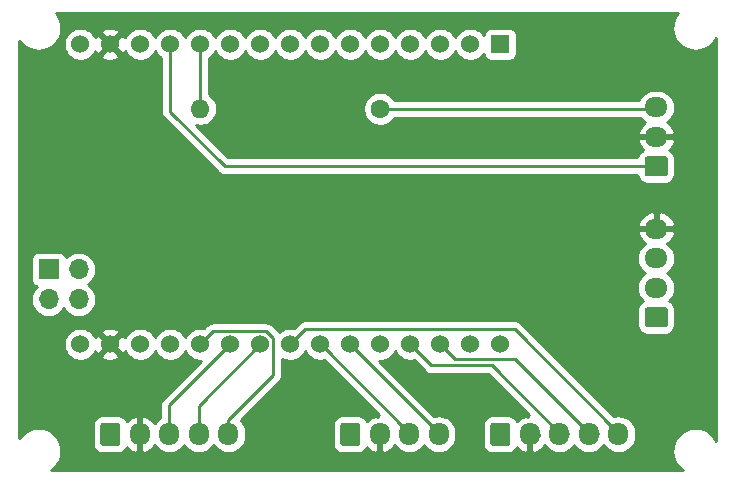
<source format=gbr>
G04 #@! TF.GenerationSoftware,KiCad,Pcbnew,(5.1.2)-2*
G04 #@! TF.CreationDate,2022-01-25T10:57:59+01:00*
G04 #@! TF.ProjectId,SMuFF-Ifc2-ESP32,534d7546-462d-4496-9663-322d45535033,rev?*
G04 #@! TF.SameCoordinates,Original*
G04 #@! TF.FileFunction,Copper,L2,Bot*
G04 #@! TF.FilePolarity,Positive*
%FSLAX46Y46*%
G04 Gerber Fmt 4.6, Leading zero omitted, Abs format (unit mm)*
G04 Created by KiCad (PCBNEW (5.1.2)-2) date 2022-01-25 10:57:59*
%MOMM*%
%LPD*%
G04 APERTURE LIST*
%ADD10O,1.600000X1.600000*%
%ADD11C,1.600000*%
%ADD12O,1.700000X1.700000*%
%ADD13R,1.700000X1.700000*%
%ADD14C,1.524000*%
%ADD15R,1.524000X1.524000*%
%ADD16O,1.950000X1.700000*%
%ADD17C,0.100000*%
%ADD18C,1.700000*%
%ADD19O,1.700000X1.950000*%
%ADD20C,0.250000*%
%ADD21C,0.254000*%
G04 APERTURE END LIST*
D10*
X118872000Y-83693000D03*
D11*
X134112000Y-83693000D03*
D12*
X108585000Y-99822000D03*
X106045000Y-99822000D03*
X108585000Y-97282000D03*
D13*
X106045000Y-97282000D03*
D14*
X144272000Y-103632000D03*
X141732000Y-103632000D03*
X139192000Y-103632000D03*
X136652000Y-103632000D03*
X134112000Y-103632000D03*
X131572000Y-103632000D03*
X129032000Y-103632000D03*
X126492000Y-103632000D03*
X123952000Y-103632000D03*
X121412000Y-103632000D03*
X118872000Y-103632000D03*
X116332000Y-103632000D03*
X113792000Y-103632000D03*
X111252000Y-103632000D03*
X108712000Y-103632000D03*
X108712000Y-78232000D03*
X111252000Y-78232000D03*
X113792000Y-78232000D03*
X116332000Y-78232000D03*
X118872000Y-78232000D03*
X121412000Y-78232000D03*
X123952000Y-78232000D03*
X126492000Y-78232000D03*
X129032000Y-78232000D03*
X131572000Y-78232000D03*
X134112000Y-78232000D03*
X136652000Y-78232000D03*
X139192000Y-78232000D03*
X141732000Y-78232000D03*
D15*
X144272000Y-78232000D03*
D16*
X157480000Y-83566000D03*
X157480000Y-86066000D03*
D17*
G36*
X158229504Y-87717204D02*
G01*
X158253773Y-87720804D01*
X158277571Y-87726765D01*
X158300671Y-87735030D01*
X158322849Y-87745520D01*
X158343893Y-87758133D01*
X158363598Y-87772747D01*
X158381777Y-87789223D01*
X158398253Y-87807402D01*
X158412867Y-87827107D01*
X158425480Y-87848151D01*
X158435970Y-87870329D01*
X158444235Y-87893429D01*
X158450196Y-87917227D01*
X158453796Y-87941496D01*
X158455000Y-87966000D01*
X158455000Y-89166000D01*
X158453796Y-89190504D01*
X158450196Y-89214773D01*
X158444235Y-89238571D01*
X158435970Y-89261671D01*
X158425480Y-89283849D01*
X158412867Y-89304893D01*
X158398253Y-89324598D01*
X158381777Y-89342777D01*
X158363598Y-89359253D01*
X158343893Y-89373867D01*
X158322849Y-89386480D01*
X158300671Y-89396970D01*
X158277571Y-89405235D01*
X158253773Y-89411196D01*
X158229504Y-89414796D01*
X158205000Y-89416000D01*
X156755000Y-89416000D01*
X156730496Y-89414796D01*
X156706227Y-89411196D01*
X156682429Y-89405235D01*
X156659329Y-89396970D01*
X156637151Y-89386480D01*
X156616107Y-89373867D01*
X156596402Y-89359253D01*
X156578223Y-89342777D01*
X156561747Y-89324598D01*
X156547133Y-89304893D01*
X156534520Y-89283849D01*
X156524030Y-89261671D01*
X156515765Y-89238571D01*
X156509804Y-89214773D01*
X156506204Y-89190504D01*
X156505000Y-89166000D01*
X156505000Y-87966000D01*
X156506204Y-87941496D01*
X156509804Y-87917227D01*
X156515765Y-87893429D01*
X156524030Y-87870329D01*
X156534520Y-87848151D01*
X156547133Y-87827107D01*
X156561747Y-87807402D01*
X156578223Y-87789223D01*
X156596402Y-87772747D01*
X156616107Y-87758133D01*
X156637151Y-87745520D01*
X156659329Y-87735030D01*
X156682429Y-87726765D01*
X156706227Y-87720804D01*
X156730496Y-87717204D01*
X156755000Y-87716000D01*
X158205000Y-87716000D01*
X158229504Y-87717204D01*
X158229504Y-87717204D01*
G37*
D18*
X157480000Y-88566000D03*
D16*
X157480000Y-93846000D03*
X157480000Y-96346000D03*
X157480000Y-98846000D03*
D17*
G36*
X158229504Y-100497204D02*
G01*
X158253773Y-100500804D01*
X158277571Y-100506765D01*
X158300671Y-100515030D01*
X158322849Y-100525520D01*
X158343893Y-100538133D01*
X158363598Y-100552747D01*
X158381777Y-100569223D01*
X158398253Y-100587402D01*
X158412867Y-100607107D01*
X158425480Y-100628151D01*
X158435970Y-100650329D01*
X158444235Y-100673429D01*
X158450196Y-100697227D01*
X158453796Y-100721496D01*
X158455000Y-100746000D01*
X158455000Y-101946000D01*
X158453796Y-101970504D01*
X158450196Y-101994773D01*
X158444235Y-102018571D01*
X158435970Y-102041671D01*
X158425480Y-102063849D01*
X158412867Y-102084893D01*
X158398253Y-102104598D01*
X158381777Y-102122777D01*
X158363598Y-102139253D01*
X158343893Y-102153867D01*
X158322849Y-102166480D01*
X158300671Y-102176970D01*
X158277571Y-102185235D01*
X158253773Y-102191196D01*
X158229504Y-102194796D01*
X158205000Y-102196000D01*
X156755000Y-102196000D01*
X156730496Y-102194796D01*
X156706227Y-102191196D01*
X156682429Y-102185235D01*
X156659329Y-102176970D01*
X156637151Y-102166480D01*
X156616107Y-102153867D01*
X156596402Y-102139253D01*
X156578223Y-102122777D01*
X156561747Y-102104598D01*
X156547133Y-102084893D01*
X156534520Y-102063849D01*
X156524030Y-102041671D01*
X156515765Y-102018571D01*
X156509804Y-101994773D01*
X156506204Y-101970504D01*
X156505000Y-101946000D01*
X156505000Y-100746000D01*
X156506204Y-100721496D01*
X156509804Y-100697227D01*
X156515765Y-100673429D01*
X156524030Y-100650329D01*
X156534520Y-100628151D01*
X156547133Y-100607107D01*
X156561747Y-100587402D01*
X156578223Y-100569223D01*
X156596402Y-100552747D01*
X156616107Y-100538133D01*
X156637151Y-100525520D01*
X156659329Y-100515030D01*
X156682429Y-100506765D01*
X156706227Y-100500804D01*
X156730496Y-100497204D01*
X156755000Y-100496000D01*
X158205000Y-100496000D01*
X158229504Y-100497204D01*
X158229504Y-100497204D01*
G37*
D18*
X157480000Y-101346000D03*
D19*
X139072000Y-111252000D03*
X136572000Y-111252000D03*
X134072000Y-111252000D03*
D17*
G36*
X132196504Y-110278204D02*
G01*
X132220773Y-110281804D01*
X132244571Y-110287765D01*
X132267671Y-110296030D01*
X132289849Y-110306520D01*
X132310893Y-110319133D01*
X132330598Y-110333747D01*
X132348777Y-110350223D01*
X132365253Y-110368402D01*
X132379867Y-110388107D01*
X132392480Y-110409151D01*
X132402970Y-110431329D01*
X132411235Y-110454429D01*
X132417196Y-110478227D01*
X132420796Y-110502496D01*
X132422000Y-110527000D01*
X132422000Y-111977000D01*
X132420796Y-112001504D01*
X132417196Y-112025773D01*
X132411235Y-112049571D01*
X132402970Y-112072671D01*
X132392480Y-112094849D01*
X132379867Y-112115893D01*
X132365253Y-112135598D01*
X132348777Y-112153777D01*
X132330598Y-112170253D01*
X132310893Y-112184867D01*
X132289849Y-112197480D01*
X132267671Y-112207970D01*
X132244571Y-112216235D01*
X132220773Y-112222196D01*
X132196504Y-112225796D01*
X132172000Y-112227000D01*
X130972000Y-112227000D01*
X130947496Y-112225796D01*
X130923227Y-112222196D01*
X130899429Y-112216235D01*
X130876329Y-112207970D01*
X130854151Y-112197480D01*
X130833107Y-112184867D01*
X130813402Y-112170253D01*
X130795223Y-112153777D01*
X130778747Y-112135598D01*
X130764133Y-112115893D01*
X130751520Y-112094849D01*
X130741030Y-112072671D01*
X130732765Y-112049571D01*
X130726804Y-112025773D01*
X130723204Y-112001504D01*
X130722000Y-111977000D01*
X130722000Y-110527000D01*
X130723204Y-110502496D01*
X130726804Y-110478227D01*
X130732765Y-110454429D01*
X130741030Y-110431329D01*
X130751520Y-110409151D01*
X130764133Y-110388107D01*
X130778747Y-110368402D01*
X130795223Y-110350223D01*
X130813402Y-110333747D01*
X130833107Y-110319133D01*
X130854151Y-110306520D01*
X130876329Y-110296030D01*
X130899429Y-110287765D01*
X130923227Y-110281804D01*
X130947496Y-110278204D01*
X130972000Y-110277000D01*
X132172000Y-110277000D01*
X132196504Y-110278204D01*
X132196504Y-110278204D01*
G37*
D18*
X131572000Y-111252000D03*
D19*
X121252000Y-111252000D03*
X118752000Y-111252000D03*
X116252000Y-111252000D03*
X113752000Y-111252000D03*
D17*
G36*
X111876504Y-110278204D02*
G01*
X111900773Y-110281804D01*
X111924571Y-110287765D01*
X111947671Y-110296030D01*
X111969849Y-110306520D01*
X111990893Y-110319133D01*
X112010598Y-110333747D01*
X112028777Y-110350223D01*
X112045253Y-110368402D01*
X112059867Y-110388107D01*
X112072480Y-110409151D01*
X112082970Y-110431329D01*
X112091235Y-110454429D01*
X112097196Y-110478227D01*
X112100796Y-110502496D01*
X112102000Y-110527000D01*
X112102000Y-111977000D01*
X112100796Y-112001504D01*
X112097196Y-112025773D01*
X112091235Y-112049571D01*
X112082970Y-112072671D01*
X112072480Y-112094849D01*
X112059867Y-112115893D01*
X112045253Y-112135598D01*
X112028777Y-112153777D01*
X112010598Y-112170253D01*
X111990893Y-112184867D01*
X111969849Y-112197480D01*
X111947671Y-112207970D01*
X111924571Y-112216235D01*
X111900773Y-112222196D01*
X111876504Y-112225796D01*
X111852000Y-112227000D01*
X110652000Y-112227000D01*
X110627496Y-112225796D01*
X110603227Y-112222196D01*
X110579429Y-112216235D01*
X110556329Y-112207970D01*
X110534151Y-112197480D01*
X110513107Y-112184867D01*
X110493402Y-112170253D01*
X110475223Y-112153777D01*
X110458747Y-112135598D01*
X110444133Y-112115893D01*
X110431520Y-112094849D01*
X110421030Y-112072671D01*
X110412765Y-112049571D01*
X110406804Y-112025773D01*
X110403204Y-112001504D01*
X110402000Y-111977000D01*
X110402000Y-110527000D01*
X110403204Y-110502496D01*
X110406804Y-110478227D01*
X110412765Y-110454429D01*
X110421030Y-110431329D01*
X110431520Y-110409151D01*
X110444133Y-110388107D01*
X110458747Y-110368402D01*
X110475223Y-110350223D01*
X110493402Y-110333747D01*
X110513107Y-110319133D01*
X110534151Y-110306520D01*
X110556329Y-110296030D01*
X110579429Y-110287765D01*
X110603227Y-110281804D01*
X110627496Y-110278204D01*
X110652000Y-110277000D01*
X111852000Y-110277000D01*
X111876504Y-110278204D01*
X111876504Y-110278204D01*
G37*
D18*
X111252000Y-111252000D03*
D19*
X154272000Y-111252000D03*
X151772000Y-111252000D03*
X149272000Y-111252000D03*
X146772000Y-111252000D03*
D17*
G36*
X144896504Y-110278204D02*
G01*
X144920773Y-110281804D01*
X144944571Y-110287765D01*
X144967671Y-110296030D01*
X144989849Y-110306520D01*
X145010893Y-110319133D01*
X145030598Y-110333747D01*
X145048777Y-110350223D01*
X145065253Y-110368402D01*
X145079867Y-110388107D01*
X145092480Y-110409151D01*
X145102970Y-110431329D01*
X145111235Y-110454429D01*
X145117196Y-110478227D01*
X145120796Y-110502496D01*
X145122000Y-110527000D01*
X145122000Y-111977000D01*
X145120796Y-112001504D01*
X145117196Y-112025773D01*
X145111235Y-112049571D01*
X145102970Y-112072671D01*
X145092480Y-112094849D01*
X145079867Y-112115893D01*
X145065253Y-112135598D01*
X145048777Y-112153777D01*
X145030598Y-112170253D01*
X145010893Y-112184867D01*
X144989849Y-112197480D01*
X144967671Y-112207970D01*
X144944571Y-112216235D01*
X144920773Y-112222196D01*
X144896504Y-112225796D01*
X144872000Y-112227000D01*
X143672000Y-112227000D01*
X143647496Y-112225796D01*
X143623227Y-112222196D01*
X143599429Y-112216235D01*
X143576329Y-112207970D01*
X143554151Y-112197480D01*
X143533107Y-112184867D01*
X143513402Y-112170253D01*
X143495223Y-112153777D01*
X143478747Y-112135598D01*
X143464133Y-112115893D01*
X143451520Y-112094849D01*
X143441030Y-112072671D01*
X143432765Y-112049571D01*
X143426804Y-112025773D01*
X143423204Y-112001504D01*
X143422000Y-111977000D01*
X143422000Y-110527000D01*
X143423204Y-110502496D01*
X143426804Y-110478227D01*
X143432765Y-110454429D01*
X143441030Y-110431329D01*
X143451520Y-110409151D01*
X143464133Y-110388107D01*
X143478747Y-110368402D01*
X143495223Y-110350223D01*
X143513402Y-110333747D01*
X143533107Y-110319133D01*
X143554151Y-110306520D01*
X143576329Y-110296030D01*
X143599429Y-110287765D01*
X143623227Y-110281804D01*
X143647496Y-110278204D01*
X143672000Y-110277000D01*
X144872000Y-110277000D01*
X144896504Y-110278204D01*
X144896504Y-110278204D01*
G37*
D18*
X144272000Y-111252000D03*
D20*
X157480000Y-96092000D02*
X157605000Y-96092000D01*
X147534000Y-111377000D02*
X147534000Y-111252000D01*
X113752000Y-111252000D02*
X113752000Y-111377000D01*
X134072000Y-111127000D02*
X134072000Y-111252000D01*
X150034000Y-111252000D02*
X150034000Y-111127000D01*
X137413999Y-104393999D02*
X136652000Y-103632000D01*
X138430000Y-105410000D02*
X137413999Y-104393999D01*
X143555000Y-105410000D02*
X138430000Y-105410000D01*
X149272000Y-111252000D02*
X149272000Y-111127000D01*
X149272000Y-111127000D02*
X143555000Y-105410000D01*
X121252000Y-111127000D02*
X121252000Y-111252000D01*
X119959001Y-102544999D02*
X118872000Y-103632000D01*
X124473761Y-102544999D02*
X119959001Y-102544999D01*
X125039001Y-103110239D02*
X124473761Y-102544999D01*
X125039001Y-106239999D02*
X125039001Y-103110239D01*
X121252000Y-111252000D02*
X121252000Y-110027000D01*
X121252000Y-110027000D02*
X125039001Y-106239999D01*
X116252000Y-108792000D02*
X121412000Y-103632000D01*
X116252000Y-111252000D02*
X116252000Y-108792000D01*
X157226000Y-83820000D02*
X157480000Y-83566000D01*
X157353000Y-83693000D02*
X157480000Y-83566000D01*
X134112000Y-83693000D02*
X157353000Y-83693000D01*
X116332000Y-79309630D02*
X116332000Y-78232000D01*
X116332000Y-83947000D02*
X116332000Y-79309630D01*
X120951000Y-88566000D02*
X116332000Y-83947000D01*
X157480000Y-88566000D02*
X120951000Y-88566000D01*
X118872000Y-79309630D02*
X118872000Y-83820000D01*
X118872000Y-78232000D02*
X118872000Y-79309630D01*
X127253999Y-102870001D02*
X126492000Y-103632000D01*
X127762000Y-102362000D02*
X127253999Y-102870001D01*
X145507000Y-102362000D02*
X127762000Y-102362000D01*
X154272000Y-111252000D02*
X154272000Y-111127000D01*
X154272000Y-111127000D02*
X145507000Y-102362000D01*
X152534000Y-111252000D02*
X152534000Y-111127000D01*
X139953999Y-104393999D02*
X139192000Y-103632000D01*
X140462000Y-104902000D02*
X139953999Y-104393999D01*
X145547000Y-104902000D02*
X140462000Y-104902000D01*
X151772000Y-111252000D02*
X151772000Y-111127000D01*
X151772000Y-111127000D02*
X145547000Y-104902000D01*
X118752000Y-111252000D02*
X118752000Y-111127000D01*
X118752000Y-108832000D02*
X123952000Y-103632000D01*
X118752000Y-111252000D02*
X118752000Y-108832000D01*
X131577000Y-103632000D02*
X131572000Y-103632000D01*
X139072000Y-111127000D02*
X131577000Y-103632000D01*
X139072000Y-111252000D02*
X139072000Y-111127000D01*
X129077000Y-103632000D02*
X129032000Y-103632000D01*
X136572000Y-111127000D02*
X129077000Y-103632000D01*
X136572000Y-111252000D02*
X136572000Y-111127000D01*
D21*
G36*
X159142895Y-75778669D02*
G01*
X158968936Y-76117157D01*
X158864036Y-76482988D01*
X158832190Y-76862226D01*
X158874612Y-77240428D01*
X158989686Y-77603187D01*
X159173029Y-77936686D01*
X159417656Y-78228222D01*
X159714252Y-78466690D01*
X160051517Y-78643009D01*
X160416606Y-78750460D01*
X160795613Y-78784952D01*
X161174102Y-78745172D01*
X161537655Y-78632633D01*
X161872426Y-78451623D01*
X162165663Y-78209037D01*
X162406196Y-77914114D01*
X162535001Y-77671868D01*
X162535000Y-111805846D01*
X162375433Y-111524957D01*
X162126758Y-111236865D01*
X161826862Y-111002561D01*
X161487168Y-110830969D01*
X161120614Y-110728625D01*
X160741162Y-110699428D01*
X160363266Y-110744489D01*
X160001319Y-110862093D01*
X159669109Y-111047759D01*
X159379287Y-111294416D01*
X159142895Y-111592669D01*
X158968936Y-111931157D01*
X158864036Y-112296988D01*
X158832190Y-112676226D01*
X158874612Y-113054428D01*
X158989686Y-113417187D01*
X159173029Y-113750686D01*
X159417656Y-114042222D01*
X159707175Y-114275000D01*
X106242337Y-114275000D01*
X106249968Y-114270874D01*
X106544157Y-114027500D01*
X106785472Y-113731619D01*
X106964721Y-113394501D01*
X107075076Y-113028987D01*
X107112334Y-112649000D01*
X107111571Y-112594376D01*
X107063718Y-112215577D01*
X106943200Y-111853287D01*
X106754608Y-111521306D01*
X106505126Y-111232278D01*
X106204256Y-110997213D01*
X105863458Y-110825063D01*
X105495714Y-110722387D01*
X105115030Y-110693095D01*
X104735906Y-110738303D01*
X104372784Y-110856288D01*
X104039494Y-111042558D01*
X103748731Y-111290016D01*
X103530000Y-111565986D01*
X103530000Y-110527000D01*
X109763928Y-110527000D01*
X109763928Y-111977000D01*
X109780992Y-112150254D01*
X109831528Y-112316850D01*
X109913595Y-112470386D01*
X110024038Y-112604962D01*
X110158614Y-112715405D01*
X110312150Y-112797472D01*
X110478746Y-112848008D01*
X110652000Y-112865072D01*
X111852000Y-112865072D01*
X112025254Y-112848008D01*
X112191850Y-112797472D01*
X112345386Y-112715405D01*
X112479962Y-112604962D01*
X112590405Y-112470386D01*
X112646714Y-112365039D01*
X112662951Y-112386429D01*
X112880807Y-112579496D01*
X113132142Y-112726352D01*
X113395110Y-112818476D01*
X113625000Y-112697155D01*
X113625000Y-111379000D01*
X113605000Y-111379000D01*
X113605000Y-111125000D01*
X113625000Y-111125000D01*
X113625000Y-109806845D01*
X113395110Y-109685524D01*
X113132142Y-109777648D01*
X112880807Y-109924504D01*
X112662951Y-110117571D01*
X112646714Y-110138961D01*
X112590405Y-110033614D01*
X112479962Y-109899038D01*
X112345386Y-109788595D01*
X112191850Y-109706528D01*
X112025254Y-109655992D01*
X111852000Y-109638928D01*
X110652000Y-109638928D01*
X110478746Y-109655992D01*
X110312150Y-109706528D01*
X110158614Y-109788595D01*
X110024038Y-109899038D01*
X109913595Y-110033614D01*
X109831528Y-110187150D01*
X109780992Y-110353746D01*
X109763928Y-110527000D01*
X103530000Y-110527000D01*
X103530000Y-103494408D01*
X107315000Y-103494408D01*
X107315000Y-103769592D01*
X107368686Y-104039490D01*
X107473995Y-104293727D01*
X107626880Y-104522535D01*
X107821465Y-104717120D01*
X108050273Y-104870005D01*
X108304510Y-104975314D01*
X108574408Y-105029000D01*
X108849592Y-105029000D01*
X109119490Y-104975314D01*
X109373727Y-104870005D01*
X109602535Y-104717120D01*
X109722090Y-104597565D01*
X110466040Y-104597565D01*
X110533020Y-104837656D01*
X110782048Y-104954756D01*
X111049135Y-105021023D01*
X111324017Y-105033910D01*
X111596133Y-104992922D01*
X111855023Y-104899636D01*
X111970980Y-104837656D01*
X112037960Y-104597565D01*
X111252000Y-103811605D01*
X110466040Y-104597565D01*
X109722090Y-104597565D01*
X109797120Y-104522535D01*
X109950005Y-104293727D01*
X109979692Y-104222057D01*
X109984364Y-104235023D01*
X110046344Y-104350980D01*
X110286435Y-104417960D01*
X111072395Y-103632000D01*
X111431605Y-103632000D01*
X112217565Y-104417960D01*
X112457656Y-104350980D01*
X112521485Y-104215240D01*
X112553995Y-104293727D01*
X112706880Y-104522535D01*
X112901465Y-104717120D01*
X113130273Y-104870005D01*
X113384510Y-104975314D01*
X113654408Y-105029000D01*
X113929592Y-105029000D01*
X114199490Y-104975314D01*
X114453727Y-104870005D01*
X114682535Y-104717120D01*
X114877120Y-104522535D01*
X115030005Y-104293727D01*
X115062000Y-104216485D01*
X115093995Y-104293727D01*
X115246880Y-104522535D01*
X115441465Y-104717120D01*
X115670273Y-104870005D01*
X115924510Y-104975314D01*
X116194408Y-105029000D01*
X116469592Y-105029000D01*
X116739490Y-104975314D01*
X116993727Y-104870005D01*
X117222535Y-104717120D01*
X117417120Y-104522535D01*
X117570005Y-104293727D01*
X117602000Y-104216485D01*
X117633995Y-104293727D01*
X117786880Y-104522535D01*
X117981465Y-104717120D01*
X118210273Y-104870005D01*
X118464510Y-104975314D01*
X118734408Y-105029000D01*
X118940198Y-105029000D01*
X115740998Y-108228201D01*
X115712000Y-108251999D01*
X115688202Y-108280997D01*
X115688201Y-108280998D01*
X115617026Y-108367724D01*
X115546454Y-108499754D01*
X115502998Y-108643015D01*
X115488324Y-108792000D01*
X115492001Y-108829332D01*
X115492001Y-109849405D01*
X115422986Y-109886294D01*
X115196866Y-110071866D01*
X115011294Y-110297987D01*
X114997538Y-110323722D01*
X114841049Y-110117571D01*
X114623193Y-109924504D01*
X114371858Y-109777648D01*
X114108890Y-109685524D01*
X113879000Y-109806845D01*
X113879000Y-111125000D01*
X113899000Y-111125000D01*
X113899000Y-111379000D01*
X113879000Y-111379000D01*
X113879000Y-112697155D01*
X114108890Y-112818476D01*
X114371858Y-112726352D01*
X114623193Y-112579496D01*
X114841049Y-112386429D01*
X114997538Y-112180278D01*
X115011294Y-112206014D01*
X115196866Y-112432134D01*
X115422987Y-112617706D01*
X115680967Y-112755599D01*
X115960890Y-112840513D01*
X116252000Y-112869185D01*
X116543111Y-112840513D01*
X116823034Y-112755599D01*
X117081014Y-112617706D01*
X117307134Y-112432134D01*
X117492706Y-112206014D01*
X117502000Y-112188626D01*
X117511294Y-112206014D01*
X117696866Y-112432134D01*
X117922987Y-112617706D01*
X118180967Y-112755599D01*
X118460890Y-112840513D01*
X118752000Y-112869185D01*
X119043111Y-112840513D01*
X119323034Y-112755599D01*
X119581014Y-112617706D01*
X119807134Y-112432134D01*
X119992706Y-112206014D01*
X120002000Y-112188626D01*
X120011294Y-112206014D01*
X120196866Y-112432134D01*
X120422987Y-112617706D01*
X120680967Y-112755599D01*
X120960890Y-112840513D01*
X121252000Y-112869185D01*
X121543111Y-112840513D01*
X121823034Y-112755599D01*
X122081014Y-112617706D01*
X122307134Y-112432134D01*
X122492706Y-112206014D01*
X122630599Y-111948033D01*
X122715513Y-111668110D01*
X122737000Y-111449949D01*
X122737000Y-111054050D01*
X122715513Y-110835889D01*
X122630599Y-110555966D01*
X122492706Y-110297986D01*
X122307134Y-110071866D01*
X122293294Y-110060508D01*
X125550005Y-106803797D01*
X125579002Y-106780000D01*
X125673975Y-106664275D01*
X125744547Y-106532246D01*
X125788004Y-106388985D01*
X125799001Y-106277332D01*
X125799001Y-106277323D01*
X125802677Y-106240000D01*
X125799001Y-106202677D01*
X125799001Y-104849110D01*
X125830273Y-104870005D01*
X126084510Y-104975314D01*
X126354408Y-105029000D01*
X126629592Y-105029000D01*
X126899490Y-104975314D01*
X127153727Y-104870005D01*
X127382535Y-104717120D01*
X127577120Y-104522535D01*
X127730005Y-104293727D01*
X127762000Y-104216485D01*
X127793995Y-104293727D01*
X127946880Y-104522535D01*
X128141465Y-104717120D01*
X128370273Y-104870005D01*
X128624510Y-104975314D01*
X128894408Y-105029000D01*
X129169592Y-105029000D01*
X129361105Y-104990906D01*
X134012198Y-109642000D01*
X133944998Y-109642000D01*
X133944998Y-109806844D01*
X133715110Y-109685524D01*
X133452142Y-109777648D01*
X133200807Y-109924504D01*
X132982951Y-110117571D01*
X132966714Y-110138961D01*
X132910405Y-110033614D01*
X132799962Y-109899038D01*
X132665386Y-109788595D01*
X132511850Y-109706528D01*
X132345254Y-109655992D01*
X132172000Y-109638928D01*
X130972000Y-109638928D01*
X130798746Y-109655992D01*
X130632150Y-109706528D01*
X130478614Y-109788595D01*
X130344038Y-109899038D01*
X130233595Y-110033614D01*
X130151528Y-110187150D01*
X130100992Y-110353746D01*
X130083928Y-110527000D01*
X130083928Y-111977000D01*
X130100992Y-112150254D01*
X130151528Y-112316850D01*
X130233595Y-112470386D01*
X130344038Y-112604962D01*
X130478614Y-112715405D01*
X130632150Y-112797472D01*
X130798746Y-112848008D01*
X130972000Y-112865072D01*
X132172000Y-112865072D01*
X132345254Y-112848008D01*
X132511850Y-112797472D01*
X132665386Y-112715405D01*
X132799962Y-112604962D01*
X132910405Y-112470386D01*
X132966714Y-112365039D01*
X132982951Y-112386429D01*
X133200807Y-112579496D01*
X133452142Y-112726352D01*
X133715110Y-112818476D01*
X133945000Y-112697155D01*
X133945000Y-111379000D01*
X133925000Y-111379000D01*
X133925000Y-111125000D01*
X133945000Y-111125000D01*
X133945000Y-111105000D01*
X134199000Y-111105000D01*
X134199000Y-111125000D01*
X134219000Y-111125000D01*
X134219000Y-111379000D01*
X134199000Y-111379000D01*
X134199000Y-112697155D01*
X134428890Y-112818476D01*
X134691858Y-112726352D01*
X134943193Y-112579496D01*
X135161049Y-112386429D01*
X135317538Y-112180278D01*
X135331294Y-112206014D01*
X135516866Y-112432134D01*
X135742987Y-112617706D01*
X136000967Y-112755599D01*
X136280890Y-112840513D01*
X136572000Y-112869185D01*
X136863111Y-112840513D01*
X137143034Y-112755599D01*
X137401014Y-112617706D01*
X137627134Y-112432134D01*
X137812706Y-112206014D01*
X137822000Y-112188626D01*
X137831294Y-112206014D01*
X138016866Y-112432134D01*
X138242987Y-112617706D01*
X138500967Y-112755599D01*
X138780890Y-112840513D01*
X139072000Y-112869185D01*
X139363111Y-112840513D01*
X139643034Y-112755599D01*
X139901014Y-112617706D01*
X140127134Y-112432134D01*
X140312706Y-112206014D01*
X140450599Y-111948033D01*
X140535513Y-111668110D01*
X140557000Y-111449949D01*
X140557000Y-111054050D01*
X140535513Y-110835889D01*
X140450599Y-110555966D01*
X140312706Y-110297986D01*
X140127134Y-110071866D01*
X139901013Y-109886294D01*
X139643033Y-109748401D01*
X139363110Y-109663487D01*
X139072000Y-109634815D01*
X138780889Y-109663487D01*
X138706005Y-109686203D01*
X134048801Y-105029000D01*
X134249592Y-105029000D01*
X134519490Y-104975314D01*
X134773727Y-104870005D01*
X135002535Y-104717120D01*
X135197120Y-104522535D01*
X135350005Y-104293727D01*
X135382000Y-104216485D01*
X135413995Y-104293727D01*
X135566880Y-104522535D01*
X135761465Y-104717120D01*
X135990273Y-104870005D01*
X136244510Y-104975314D01*
X136514408Y-105029000D01*
X136789592Y-105029000D01*
X136943571Y-104998372D01*
X137866205Y-105921008D01*
X137889999Y-105950001D01*
X137918992Y-105973795D01*
X137918996Y-105973799D01*
X137989685Y-106031811D01*
X138005724Y-106044974D01*
X138137753Y-106115546D01*
X138281014Y-106159003D01*
X138392667Y-106170000D01*
X138392676Y-106170000D01*
X138429999Y-106173676D01*
X138467322Y-106170000D01*
X143240199Y-106170000D01*
X146712198Y-109642000D01*
X146644998Y-109642000D01*
X146644998Y-109806844D01*
X146415110Y-109685524D01*
X146152142Y-109777648D01*
X145900807Y-109924504D01*
X145682951Y-110117571D01*
X145666714Y-110138961D01*
X145610405Y-110033614D01*
X145499962Y-109899038D01*
X145365386Y-109788595D01*
X145211850Y-109706528D01*
X145045254Y-109655992D01*
X144872000Y-109638928D01*
X143672000Y-109638928D01*
X143498746Y-109655992D01*
X143332150Y-109706528D01*
X143178614Y-109788595D01*
X143044038Y-109899038D01*
X142933595Y-110033614D01*
X142851528Y-110187150D01*
X142800992Y-110353746D01*
X142783928Y-110527000D01*
X142783928Y-111977000D01*
X142800992Y-112150254D01*
X142851528Y-112316850D01*
X142933595Y-112470386D01*
X143044038Y-112604962D01*
X143178614Y-112715405D01*
X143332150Y-112797472D01*
X143498746Y-112848008D01*
X143672000Y-112865072D01*
X144872000Y-112865072D01*
X145045254Y-112848008D01*
X145211850Y-112797472D01*
X145365386Y-112715405D01*
X145499962Y-112604962D01*
X145610405Y-112470386D01*
X145666714Y-112365039D01*
X145682951Y-112386429D01*
X145900807Y-112579496D01*
X146152142Y-112726352D01*
X146415110Y-112818476D01*
X146645000Y-112697155D01*
X146645000Y-111379000D01*
X146625000Y-111379000D01*
X146625000Y-111125000D01*
X146645000Y-111125000D01*
X146645000Y-111105000D01*
X146899000Y-111105000D01*
X146899000Y-111125000D01*
X146919000Y-111125000D01*
X146919000Y-111379000D01*
X146899000Y-111379000D01*
X146899000Y-112697155D01*
X147128890Y-112818476D01*
X147391858Y-112726352D01*
X147643193Y-112579496D01*
X147861049Y-112386429D01*
X148017538Y-112180278D01*
X148031294Y-112206014D01*
X148216866Y-112432134D01*
X148442987Y-112617706D01*
X148700967Y-112755599D01*
X148980890Y-112840513D01*
X149272000Y-112869185D01*
X149563111Y-112840513D01*
X149843034Y-112755599D01*
X150101014Y-112617706D01*
X150327134Y-112432134D01*
X150512706Y-112206014D01*
X150522000Y-112188626D01*
X150531294Y-112206014D01*
X150716866Y-112432134D01*
X150942987Y-112617706D01*
X151200967Y-112755599D01*
X151480890Y-112840513D01*
X151772000Y-112869185D01*
X152063111Y-112840513D01*
X152343034Y-112755599D01*
X152601014Y-112617706D01*
X152827134Y-112432134D01*
X153012706Y-112206014D01*
X153022000Y-112188626D01*
X153031294Y-112206014D01*
X153216866Y-112432134D01*
X153442987Y-112617706D01*
X153700967Y-112755599D01*
X153980890Y-112840513D01*
X154272000Y-112869185D01*
X154563111Y-112840513D01*
X154843034Y-112755599D01*
X155101014Y-112617706D01*
X155327134Y-112432134D01*
X155512706Y-112206014D01*
X155650599Y-111948033D01*
X155735513Y-111668110D01*
X155757000Y-111449949D01*
X155757000Y-111054050D01*
X155735513Y-110835889D01*
X155650599Y-110555966D01*
X155512706Y-110297986D01*
X155327134Y-110071866D01*
X155101013Y-109886294D01*
X154843033Y-109748401D01*
X154563110Y-109663487D01*
X154272000Y-109634815D01*
X153980889Y-109663487D01*
X153906005Y-109686203D01*
X146070804Y-101851003D01*
X146047001Y-101821999D01*
X145931276Y-101727026D01*
X145799247Y-101656454D01*
X145655986Y-101612997D01*
X145544333Y-101602000D01*
X145544322Y-101602000D01*
X145507000Y-101598324D01*
X145469678Y-101602000D01*
X127799323Y-101602000D01*
X127762000Y-101598324D01*
X127724677Y-101602000D01*
X127724667Y-101602000D01*
X127613014Y-101612997D01*
X127469753Y-101656454D01*
X127337723Y-101727026D01*
X127295146Y-101761969D01*
X127221999Y-101821999D01*
X127198196Y-101851003D01*
X126783571Y-102265628D01*
X126629592Y-102235000D01*
X126354408Y-102235000D01*
X126084510Y-102288686D01*
X125830273Y-102393995D01*
X125601465Y-102546880D01*
X125578510Y-102569835D01*
X125550003Y-102546439D01*
X125037564Y-102034001D01*
X125013762Y-102004998D01*
X124898037Y-101910025D01*
X124766008Y-101839453D01*
X124622747Y-101795996D01*
X124511094Y-101784999D01*
X124511083Y-101784999D01*
X124473761Y-101781323D01*
X124436439Y-101784999D01*
X119996334Y-101784999D01*
X119959001Y-101781322D01*
X119921668Y-101784999D01*
X119810015Y-101795996D01*
X119666754Y-101839453D01*
X119534725Y-101910025D01*
X119419000Y-102004998D01*
X119395202Y-102033996D01*
X119163570Y-102265628D01*
X119009592Y-102235000D01*
X118734408Y-102235000D01*
X118464510Y-102288686D01*
X118210273Y-102393995D01*
X117981465Y-102546880D01*
X117786880Y-102741465D01*
X117633995Y-102970273D01*
X117602000Y-103047515D01*
X117570005Y-102970273D01*
X117417120Y-102741465D01*
X117222535Y-102546880D01*
X116993727Y-102393995D01*
X116739490Y-102288686D01*
X116469592Y-102235000D01*
X116194408Y-102235000D01*
X115924510Y-102288686D01*
X115670273Y-102393995D01*
X115441465Y-102546880D01*
X115246880Y-102741465D01*
X115093995Y-102970273D01*
X115062000Y-103047515D01*
X115030005Y-102970273D01*
X114877120Y-102741465D01*
X114682535Y-102546880D01*
X114453727Y-102393995D01*
X114199490Y-102288686D01*
X113929592Y-102235000D01*
X113654408Y-102235000D01*
X113384510Y-102288686D01*
X113130273Y-102393995D01*
X112901465Y-102546880D01*
X112706880Y-102741465D01*
X112553995Y-102970273D01*
X112524308Y-103041943D01*
X112519636Y-103028977D01*
X112457656Y-102913020D01*
X112217565Y-102846040D01*
X111431605Y-103632000D01*
X111072395Y-103632000D01*
X110286435Y-102846040D01*
X110046344Y-102913020D01*
X109982515Y-103048760D01*
X109950005Y-102970273D01*
X109797120Y-102741465D01*
X109722090Y-102666435D01*
X110466040Y-102666435D01*
X111252000Y-103452395D01*
X112037960Y-102666435D01*
X111970980Y-102426344D01*
X111721952Y-102309244D01*
X111454865Y-102242977D01*
X111179983Y-102230090D01*
X110907867Y-102271078D01*
X110648977Y-102364364D01*
X110533020Y-102426344D01*
X110466040Y-102666435D01*
X109722090Y-102666435D01*
X109602535Y-102546880D01*
X109373727Y-102393995D01*
X109119490Y-102288686D01*
X108849592Y-102235000D01*
X108574408Y-102235000D01*
X108304510Y-102288686D01*
X108050273Y-102393995D01*
X107821465Y-102546880D01*
X107626880Y-102741465D01*
X107473995Y-102970273D01*
X107368686Y-103224510D01*
X107315000Y-103494408D01*
X103530000Y-103494408D01*
X103530000Y-99822000D01*
X104552815Y-99822000D01*
X104581487Y-100113111D01*
X104666401Y-100393034D01*
X104804294Y-100651014D01*
X104989866Y-100877134D01*
X105215986Y-101062706D01*
X105473966Y-101200599D01*
X105753889Y-101285513D01*
X105972050Y-101307000D01*
X106117950Y-101307000D01*
X106336111Y-101285513D01*
X106616034Y-101200599D01*
X106874014Y-101062706D01*
X107100134Y-100877134D01*
X107285706Y-100651014D01*
X107315000Y-100596209D01*
X107344294Y-100651014D01*
X107529866Y-100877134D01*
X107755986Y-101062706D01*
X108013966Y-101200599D01*
X108293889Y-101285513D01*
X108512050Y-101307000D01*
X108657950Y-101307000D01*
X108876111Y-101285513D01*
X109156034Y-101200599D01*
X109414014Y-101062706D01*
X109640134Y-100877134D01*
X109825706Y-100651014D01*
X109963599Y-100393034D01*
X110048513Y-100113111D01*
X110077185Y-99822000D01*
X110048513Y-99530889D01*
X109963599Y-99250966D01*
X109825706Y-98992986D01*
X109640134Y-98766866D01*
X109414014Y-98581294D01*
X109359209Y-98552000D01*
X109414014Y-98522706D01*
X109640134Y-98337134D01*
X109825706Y-98111014D01*
X109963599Y-97853034D01*
X110048513Y-97573111D01*
X110077185Y-97282000D01*
X110048513Y-96990889D01*
X109963599Y-96710966D01*
X109825706Y-96452986D01*
X109737905Y-96346000D01*
X155862815Y-96346000D01*
X155891487Y-96637111D01*
X155976401Y-96917034D01*
X156114294Y-97175014D01*
X156299866Y-97401134D01*
X156525986Y-97586706D01*
X156543374Y-97596000D01*
X156525986Y-97605294D01*
X156299866Y-97790866D01*
X156114294Y-98016986D01*
X155976401Y-98274966D01*
X155891487Y-98554889D01*
X155862815Y-98846000D01*
X155891487Y-99137111D01*
X155976401Y-99417034D01*
X156114294Y-99675014D01*
X156299866Y-99901134D01*
X156363337Y-99953223D01*
X156261614Y-100007595D01*
X156127038Y-100118038D01*
X156016595Y-100252614D01*
X155934528Y-100406150D01*
X155883992Y-100572746D01*
X155866928Y-100746000D01*
X155866928Y-101946000D01*
X155883992Y-102119254D01*
X155934528Y-102285850D01*
X156016595Y-102439386D01*
X156127038Y-102573962D01*
X156261614Y-102684405D01*
X156415150Y-102766472D01*
X156581746Y-102817008D01*
X156755000Y-102834072D01*
X158205000Y-102834072D01*
X158378254Y-102817008D01*
X158544850Y-102766472D01*
X158698386Y-102684405D01*
X158832962Y-102573962D01*
X158943405Y-102439386D01*
X159025472Y-102285850D01*
X159076008Y-102119254D01*
X159093072Y-101946000D01*
X159093072Y-100746000D01*
X159076008Y-100572746D01*
X159025472Y-100406150D01*
X158943405Y-100252614D01*
X158832962Y-100118038D01*
X158698386Y-100007595D01*
X158596663Y-99953223D01*
X158660134Y-99901134D01*
X158845706Y-99675014D01*
X158983599Y-99417034D01*
X159068513Y-99137111D01*
X159097185Y-98846000D01*
X159068513Y-98554889D01*
X158983599Y-98274966D01*
X158845706Y-98016986D01*
X158660134Y-97790866D01*
X158434014Y-97605294D01*
X158416626Y-97596000D01*
X158434014Y-97586706D01*
X158660134Y-97401134D01*
X158845706Y-97175014D01*
X158983599Y-96917034D01*
X159068513Y-96637111D01*
X159097185Y-96346000D01*
X159068513Y-96054889D01*
X158983599Y-95774966D01*
X158845706Y-95516986D01*
X158660134Y-95290866D01*
X158434014Y-95105294D01*
X158408278Y-95091538D01*
X158614429Y-94935049D01*
X158807496Y-94717193D01*
X158954352Y-94465858D01*
X159046476Y-94202890D01*
X158925155Y-93973000D01*
X157607000Y-93973000D01*
X157607000Y-93993000D01*
X157353000Y-93993000D01*
X157353000Y-93973000D01*
X156034845Y-93973000D01*
X155913524Y-94202890D01*
X156005648Y-94465858D01*
X156152504Y-94717193D01*
X156345571Y-94935049D01*
X156551722Y-95091538D01*
X156525986Y-95105294D01*
X156299866Y-95290866D01*
X156114294Y-95516986D01*
X155976401Y-95774966D01*
X155891487Y-96054889D01*
X155862815Y-96346000D01*
X109737905Y-96346000D01*
X109640134Y-96226866D01*
X109414014Y-96041294D01*
X109156034Y-95903401D01*
X108876111Y-95818487D01*
X108657950Y-95797000D01*
X108512050Y-95797000D01*
X108293889Y-95818487D01*
X108013966Y-95903401D01*
X107755986Y-96041294D01*
X107529866Y-96226866D01*
X107505393Y-96256687D01*
X107484502Y-96187820D01*
X107425537Y-96077506D01*
X107346185Y-95980815D01*
X107249494Y-95901463D01*
X107139180Y-95842498D01*
X107019482Y-95806188D01*
X106895000Y-95793928D01*
X105195000Y-95793928D01*
X105070518Y-95806188D01*
X104950820Y-95842498D01*
X104840506Y-95901463D01*
X104743815Y-95980815D01*
X104664463Y-96077506D01*
X104605498Y-96187820D01*
X104569188Y-96307518D01*
X104556928Y-96432000D01*
X104556928Y-98132000D01*
X104569188Y-98256482D01*
X104605498Y-98376180D01*
X104664463Y-98486494D01*
X104743815Y-98583185D01*
X104840506Y-98662537D01*
X104950820Y-98721502D01*
X105019687Y-98742393D01*
X104989866Y-98766866D01*
X104804294Y-98992986D01*
X104666401Y-99250966D01*
X104581487Y-99530889D01*
X104552815Y-99822000D01*
X103530000Y-99822000D01*
X103530000Y-93489110D01*
X155913524Y-93489110D01*
X156034845Y-93719000D01*
X157353000Y-93719000D01*
X157353000Y-92519835D01*
X157607000Y-92519835D01*
X157607000Y-93719000D01*
X158925155Y-93719000D01*
X159046476Y-93489110D01*
X158954352Y-93226142D01*
X158807496Y-92974807D01*
X158614429Y-92756951D01*
X158382570Y-92580947D01*
X158120830Y-92453558D01*
X157839267Y-92379680D01*
X157607000Y-92519835D01*
X157353000Y-92519835D01*
X157120733Y-92379680D01*
X156839170Y-92453558D01*
X156577430Y-92580947D01*
X156345571Y-92756951D01*
X156152504Y-92974807D01*
X156005648Y-93226142D01*
X155913524Y-93489110D01*
X103530000Y-93489110D01*
X103530000Y-77918796D01*
X103541802Y-77940264D01*
X103787225Y-78232747D01*
X104084783Y-78471990D01*
X104423144Y-78648881D01*
X104789420Y-78756682D01*
X105169658Y-78791286D01*
X105549376Y-78751376D01*
X105914110Y-78638472D01*
X106249968Y-78456874D01*
X106544157Y-78213500D01*
X106641286Y-78094408D01*
X107315000Y-78094408D01*
X107315000Y-78369592D01*
X107368686Y-78639490D01*
X107473995Y-78893727D01*
X107626880Y-79122535D01*
X107821465Y-79317120D01*
X108050273Y-79470005D01*
X108304510Y-79575314D01*
X108574408Y-79629000D01*
X108849592Y-79629000D01*
X109119490Y-79575314D01*
X109373727Y-79470005D01*
X109602535Y-79317120D01*
X109722090Y-79197565D01*
X110466040Y-79197565D01*
X110533020Y-79437656D01*
X110782048Y-79554756D01*
X111049135Y-79621023D01*
X111324017Y-79633910D01*
X111596133Y-79592922D01*
X111855023Y-79499636D01*
X111970980Y-79437656D01*
X112037960Y-79197565D01*
X111252000Y-78411605D01*
X110466040Y-79197565D01*
X109722090Y-79197565D01*
X109797120Y-79122535D01*
X109950005Y-78893727D01*
X109979692Y-78822057D01*
X109984364Y-78835023D01*
X110046344Y-78950980D01*
X110286435Y-79017960D01*
X111072395Y-78232000D01*
X111431605Y-78232000D01*
X112217565Y-79017960D01*
X112457656Y-78950980D01*
X112521485Y-78815240D01*
X112553995Y-78893727D01*
X112706880Y-79122535D01*
X112901465Y-79317120D01*
X113130273Y-79470005D01*
X113384510Y-79575314D01*
X113654408Y-79629000D01*
X113929592Y-79629000D01*
X114199490Y-79575314D01*
X114453727Y-79470005D01*
X114682535Y-79317120D01*
X114877120Y-79122535D01*
X115030005Y-78893727D01*
X115062000Y-78816485D01*
X115093995Y-78893727D01*
X115246880Y-79122535D01*
X115441465Y-79317120D01*
X115572001Y-79404342D01*
X115572000Y-83909677D01*
X115568324Y-83947000D01*
X115572000Y-83984322D01*
X115572000Y-83984332D01*
X115582997Y-84095985D01*
X115624560Y-84233001D01*
X115626454Y-84239246D01*
X115697026Y-84371276D01*
X115736871Y-84419826D01*
X115791999Y-84487001D01*
X115821003Y-84510804D01*
X120387205Y-89077008D01*
X120410999Y-89106001D01*
X120439992Y-89129795D01*
X120439996Y-89129799D01*
X120484108Y-89166000D01*
X120526724Y-89200974D01*
X120658753Y-89271546D01*
X120802014Y-89315003D01*
X120913667Y-89326000D01*
X120913676Y-89326000D01*
X120950999Y-89329676D01*
X120988322Y-89326000D01*
X155882687Y-89326000D01*
X155883992Y-89339254D01*
X155934528Y-89505850D01*
X156016595Y-89659386D01*
X156127038Y-89793962D01*
X156261614Y-89904405D01*
X156415150Y-89986472D01*
X156581746Y-90037008D01*
X156755000Y-90054072D01*
X158205000Y-90054072D01*
X158378254Y-90037008D01*
X158544850Y-89986472D01*
X158698386Y-89904405D01*
X158832962Y-89793962D01*
X158943405Y-89659386D01*
X159025472Y-89505850D01*
X159076008Y-89339254D01*
X159093072Y-89166000D01*
X159093072Y-87966000D01*
X159076008Y-87792746D01*
X159025472Y-87626150D01*
X158943405Y-87472614D01*
X158832962Y-87338038D01*
X158698386Y-87227595D01*
X158593039Y-87171286D01*
X158614429Y-87155049D01*
X158807496Y-86937193D01*
X158954352Y-86685858D01*
X159046476Y-86422890D01*
X158925155Y-86193000D01*
X157607000Y-86193000D01*
X157607000Y-86213000D01*
X157353000Y-86213000D01*
X157353000Y-86193000D01*
X156034845Y-86193000D01*
X155913524Y-86422890D01*
X156005648Y-86685858D01*
X156152504Y-86937193D01*
X156345571Y-87155049D01*
X156366961Y-87171286D01*
X156261614Y-87227595D01*
X156127038Y-87338038D01*
X156016595Y-87472614D01*
X155934528Y-87626150D01*
X155883992Y-87792746D01*
X155882687Y-87806000D01*
X121265803Y-87806000D01*
X118556738Y-85096937D01*
X118590691Y-85107236D01*
X118801508Y-85128000D01*
X118942492Y-85128000D01*
X119153309Y-85107236D01*
X119423808Y-85025182D01*
X119673101Y-84891932D01*
X119891608Y-84712608D01*
X120070932Y-84494101D01*
X120204182Y-84244808D01*
X120286236Y-83974309D01*
X120313943Y-83693000D01*
X120300023Y-83551665D01*
X132677000Y-83551665D01*
X132677000Y-83834335D01*
X132732147Y-84111574D01*
X132840320Y-84372727D01*
X132997363Y-84607759D01*
X133197241Y-84807637D01*
X133432273Y-84964680D01*
X133693426Y-85072853D01*
X133970665Y-85128000D01*
X134253335Y-85128000D01*
X134530574Y-85072853D01*
X134791727Y-84964680D01*
X135026759Y-84807637D01*
X135226637Y-84607759D01*
X135330043Y-84453000D01*
X156161882Y-84453000D01*
X156299866Y-84621134D01*
X156525986Y-84806706D01*
X156551722Y-84820462D01*
X156345571Y-84976951D01*
X156152504Y-85194807D01*
X156005648Y-85446142D01*
X155913524Y-85709110D01*
X156034845Y-85939000D01*
X157353000Y-85939000D01*
X157353000Y-85919000D01*
X157607000Y-85919000D01*
X157607000Y-85939000D01*
X158925155Y-85939000D01*
X159046476Y-85709110D01*
X158954352Y-85446142D01*
X158807496Y-85194807D01*
X158614429Y-84976951D01*
X158408278Y-84820462D01*
X158434014Y-84806706D01*
X158660134Y-84621134D01*
X158845706Y-84395014D01*
X158983599Y-84137034D01*
X159068513Y-83857111D01*
X159097185Y-83566000D01*
X159068513Y-83274889D01*
X158983599Y-82994966D01*
X158845706Y-82736986D01*
X158660134Y-82510866D01*
X158434014Y-82325294D01*
X158176034Y-82187401D01*
X157896111Y-82102487D01*
X157677950Y-82081000D01*
X157282050Y-82081000D01*
X157063889Y-82102487D01*
X156783966Y-82187401D01*
X156525986Y-82325294D01*
X156299866Y-82510866D01*
X156114294Y-82736986D01*
X156009522Y-82933000D01*
X135330043Y-82933000D01*
X135226637Y-82778241D01*
X135026759Y-82578363D01*
X134791727Y-82421320D01*
X134530574Y-82313147D01*
X134253335Y-82258000D01*
X133970665Y-82258000D01*
X133693426Y-82313147D01*
X133432273Y-82421320D01*
X133197241Y-82578363D01*
X132997363Y-82778241D01*
X132840320Y-83013273D01*
X132732147Y-83274426D01*
X132677000Y-83551665D01*
X120300023Y-83551665D01*
X120286236Y-83411691D01*
X120204182Y-83141192D01*
X120070932Y-82891899D01*
X119891608Y-82673392D01*
X119673101Y-82494068D01*
X119632000Y-82472099D01*
X119632000Y-79404341D01*
X119762535Y-79317120D01*
X119957120Y-79122535D01*
X120110005Y-78893727D01*
X120142000Y-78816485D01*
X120173995Y-78893727D01*
X120326880Y-79122535D01*
X120521465Y-79317120D01*
X120750273Y-79470005D01*
X121004510Y-79575314D01*
X121274408Y-79629000D01*
X121549592Y-79629000D01*
X121819490Y-79575314D01*
X122073727Y-79470005D01*
X122302535Y-79317120D01*
X122497120Y-79122535D01*
X122650005Y-78893727D01*
X122682000Y-78816485D01*
X122713995Y-78893727D01*
X122866880Y-79122535D01*
X123061465Y-79317120D01*
X123290273Y-79470005D01*
X123544510Y-79575314D01*
X123814408Y-79629000D01*
X124089592Y-79629000D01*
X124359490Y-79575314D01*
X124613727Y-79470005D01*
X124842535Y-79317120D01*
X125037120Y-79122535D01*
X125190005Y-78893727D01*
X125222000Y-78816485D01*
X125253995Y-78893727D01*
X125406880Y-79122535D01*
X125601465Y-79317120D01*
X125830273Y-79470005D01*
X126084510Y-79575314D01*
X126354408Y-79629000D01*
X126629592Y-79629000D01*
X126899490Y-79575314D01*
X127153727Y-79470005D01*
X127382535Y-79317120D01*
X127577120Y-79122535D01*
X127730005Y-78893727D01*
X127762000Y-78816485D01*
X127793995Y-78893727D01*
X127946880Y-79122535D01*
X128141465Y-79317120D01*
X128370273Y-79470005D01*
X128624510Y-79575314D01*
X128894408Y-79629000D01*
X129169592Y-79629000D01*
X129439490Y-79575314D01*
X129693727Y-79470005D01*
X129922535Y-79317120D01*
X130117120Y-79122535D01*
X130270005Y-78893727D01*
X130302000Y-78816485D01*
X130333995Y-78893727D01*
X130486880Y-79122535D01*
X130681465Y-79317120D01*
X130910273Y-79470005D01*
X131164510Y-79575314D01*
X131434408Y-79629000D01*
X131709592Y-79629000D01*
X131979490Y-79575314D01*
X132233727Y-79470005D01*
X132462535Y-79317120D01*
X132657120Y-79122535D01*
X132810005Y-78893727D01*
X132842000Y-78816485D01*
X132873995Y-78893727D01*
X133026880Y-79122535D01*
X133221465Y-79317120D01*
X133450273Y-79470005D01*
X133704510Y-79575314D01*
X133974408Y-79629000D01*
X134249592Y-79629000D01*
X134519490Y-79575314D01*
X134773727Y-79470005D01*
X135002535Y-79317120D01*
X135197120Y-79122535D01*
X135350005Y-78893727D01*
X135382000Y-78816485D01*
X135413995Y-78893727D01*
X135566880Y-79122535D01*
X135761465Y-79317120D01*
X135990273Y-79470005D01*
X136244510Y-79575314D01*
X136514408Y-79629000D01*
X136789592Y-79629000D01*
X137059490Y-79575314D01*
X137313727Y-79470005D01*
X137542535Y-79317120D01*
X137737120Y-79122535D01*
X137890005Y-78893727D01*
X137922000Y-78816485D01*
X137953995Y-78893727D01*
X138106880Y-79122535D01*
X138301465Y-79317120D01*
X138530273Y-79470005D01*
X138784510Y-79575314D01*
X139054408Y-79629000D01*
X139329592Y-79629000D01*
X139599490Y-79575314D01*
X139853727Y-79470005D01*
X140082535Y-79317120D01*
X140277120Y-79122535D01*
X140430005Y-78893727D01*
X140462000Y-78816485D01*
X140493995Y-78893727D01*
X140646880Y-79122535D01*
X140841465Y-79317120D01*
X141070273Y-79470005D01*
X141324510Y-79575314D01*
X141594408Y-79629000D01*
X141869592Y-79629000D01*
X142139490Y-79575314D01*
X142393727Y-79470005D01*
X142622535Y-79317120D01*
X142817120Y-79122535D01*
X142875920Y-79034535D01*
X142884188Y-79118482D01*
X142920498Y-79238180D01*
X142979463Y-79348494D01*
X143058815Y-79445185D01*
X143155506Y-79524537D01*
X143265820Y-79583502D01*
X143385518Y-79619812D01*
X143510000Y-79632072D01*
X145034000Y-79632072D01*
X145158482Y-79619812D01*
X145278180Y-79583502D01*
X145388494Y-79524537D01*
X145485185Y-79445185D01*
X145564537Y-79348494D01*
X145623502Y-79238180D01*
X145659812Y-79118482D01*
X145672072Y-78994000D01*
X145672072Y-77470000D01*
X145659812Y-77345518D01*
X145623502Y-77225820D01*
X145564537Y-77115506D01*
X145485185Y-77018815D01*
X145388494Y-76939463D01*
X145278180Y-76880498D01*
X145158482Y-76844188D01*
X145034000Y-76831928D01*
X143510000Y-76831928D01*
X143385518Y-76844188D01*
X143265820Y-76880498D01*
X143155506Y-76939463D01*
X143058815Y-77018815D01*
X142979463Y-77115506D01*
X142920498Y-77225820D01*
X142884188Y-77345518D01*
X142875920Y-77429465D01*
X142817120Y-77341465D01*
X142622535Y-77146880D01*
X142393727Y-76993995D01*
X142139490Y-76888686D01*
X141869592Y-76835000D01*
X141594408Y-76835000D01*
X141324510Y-76888686D01*
X141070273Y-76993995D01*
X140841465Y-77146880D01*
X140646880Y-77341465D01*
X140493995Y-77570273D01*
X140462000Y-77647515D01*
X140430005Y-77570273D01*
X140277120Y-77341465D01*
X140082535Y-77146880D01*
X139853727Y-76993995D01*
X139599490Y-76888686D01*
X139329592Y-76835000D01*
X139054408Y-76835000D01*
X138784510Y-76888686D01*
X138530273Y-76993995D01*
X138301465Y-77146880D01*
X138106880Y-77341465D01*
X137953995Y-77570273D01*
X137922000Y-77647515D01*
X137890005Y-77570273D01*
X137737120Y-77341465D01*
X137542535Y-77146880D01*
X137313727Y-76993995D01*
X137059490Y-76888686D01*
X136789592Y-76835000D01*
X136514408Y-76835000D01*
X136244510Y-76888686D01*
X135990273Y-76993995D01*
X135761465Y-77146880D01*
X135566880Y-77341465D01*
X135413995Y-77570273D01*
X135382000Y-77647515D01*
X135350005Y-77570273D01*
X135197120Y-77341465D01*
X135002535Y-77146880D01*
X134773727Y-76993995D01*
X134519490Y-76888686D01*
X134249592Y-76835000D01*
X133974408Y-76835000D01*
X133704510Y-76888686D01*
X133450273Y-76993995D01*
X133221465Y-77146880D01*
X133026880Y-77341465D01*
X132873995Y-77570273D01*
X132842000Y-77647515D01*
X132810005Y-77570273D01*
X132657120Y-77341465D01*
X132462535Y-77146880D01*
X132233727Y-76993995D01*
X131979490Y-76888686D01*
X131709592Y-76835000D01*
X131434408Y-76835000D01*
X131164510Y-76888686D01*
X130910273Y-76993995D01*
X130681465Y-77146880D01*
X130486880Y-77341465D01*
X130333995Y-77570273D01*
X130302000Y-77647515D01*
X130270005Y-77570273D01*
X130117120Y-77341465D01*
X129922535Y-77146880D01*
X129693727Y-76993995D01*
X129439490Y-76888686D01*
X129169592Y-76835000D01*
X128894408Y-76835000D01*
X128624510Y-76888686D01*
X128370273Y-76993995D01*
X128141465Y-77146880D01*
X127946880Y-77341465D01*
X127793995Y-77570273D01*
X127762000Y-77647515D01*
X127730005Y-77570273D01*
X127577120Y-77341465D01*
X127382535Y-77146880D01*
X127153727Y-76993995D01*
X126899490Y-76888686D01*
X126629592Y-76835000D01*
X126354408Y-76835000D01*
X126084510Y-76888686D01*
X125830273Y-76993995D01*
X125601465Y-77146880D01*
X125406880Y-77341465D01*
X125253995Y-77570273D01*
X125222000Y-77647515D01*
X125190005Y-77570273D01*
X125037120Y-77341465D01*
X124842535Y-77146880D01*
X124613727Y-76993995D01*
X124359490Y-76888686D01*
X124089592Y-76835000D01*
X123814408Y-76835000D01*
X123544510Y-76888686D01*
X123290273Y-76993995D01*
X123061465Y-77146880D01*
X122866880Y-77341465D01*
X122713995Y-77570273D01*
X122682000Y-77647515D01*
X122650005Y-77570273D01*
X122497120Y-77341465D01*
X122302535Y-77146880D01*
X122073727Y-76993995D01*
X121819490Y-76888686D01*
X121549592Y-76835000D01*
X121274408Y-76835000D01*
X121004510Y-76888686D01*
X120750273Y-76993995D01*
X120521465Y-77146880D01*
X120326880Y-77341465D01*
X120173995Y-77570273D01*
X120142000Y-77647515D01*
X120110005Y-77570273D01*
X119957120Y-77341465D01*
X119762535Y-77146880D01*
X119533727Y-76993995D01*
X119279490Y-76888686D01*
X119009592Y-76835000D01*
X118734408Y-76835000D01*
X118464510Y-76888686D01*
X118210273Y-76993995D01*
X117981465Y-77146880D01*
X117786880Y-77341465D01*
X117633995Y-77570273D01*
X117602000Y-77647515D01*
X117570005Y-77570273D01*
X117417120Y-77341465D01*
X117222535Y-77146880D01*
X116993727Y-76993995D01*
X116739490Y-76888686D01*
X116469592Y-76835000D01*
X116194408Y-76835000D01*
X115924510Y-76888686D01*
X115670273Y-76993995D01*
X115441465Y-77146880D01*
X115246880Y-77341465D01*
X115093995Y-77570273D01*
X115062000Y-77647515D01*
X115030005Y-77570273D01*
X114877120Y-77341465D01*
X114682535Y-77146880D01*
X114453727Y-76993995D01*
X114199490Y-76888686D01*
X113929592Y-76835000D01*
X113654408Y-76835000D01*
X113384510Y-76888686D01*
X113130273Y-76993995D01*
X112901465Y-77146880D01*
X112706880Y-77341465D01*
X112553995Y-77570273D01*
X112524308Y-77641943D01*
X112519636Y-77628977D01*
X112457656Y-77513020D01*
X112217565Y-77446040D01*
X111431605Y-78232000D01*
X111072395Y-78232000D01*
X110286435Y-77446040D01*
X110046344Y-77513020D01*
X109982515Y-77648760D01*
X109950005Y-77570273D01*
X109797120Y-77341465D01*
X109722090Y-77266435D01*
X110466040Y-77266435D01*
X111252000Y-78052395D01*
X112037960Y-77266435D01*
X111970980Y-77026344D01*
X111721952Y-76909244D01*
X111454865Y-76842977D01*
X111179983Y-76830090D01*
X110907867Y-76871078D01*
X110648977Y-76964364D01*
X110533020Y-77026344D01*
X110466040Y-77266435D01*
X109722090Y-77266435D01*
X109602535Y-77146880D01*
X109373727Y-76993995D01*
X109119490Y-76888686D01*
X108849592Y-76835000D01*
X108574408Y-76835000D01*
X108304510Y-76888686D01*
X108050273Y-76993995D01*
X107821465Y-77146880D01*
X107626880Y-77341465D01*
X107473995Y-77570273D01*
X107368686Y-77824510D01*
X107315000Y-78094408D01*
X106641286Y-78094408D01*
X106785472Y-77917619D01*
X106964721Y-77580501D01*
X107075076Y-77214987D01*
X107112334Y-76835000D01*
X107111571Y-76780376D01*
X107063718Y-76401577D01*
X106943200Y-76039287D01*
X106754608Y-75707306D01*
X106653352Y-75590000D01*
X159292432Y-75590000D01*
X159142895Y-75778669D01*
X159142895Y-75778669D01*
G37*
X159142895Y-75778669D02*
X158968936Y-76117157D01*
X158864036Y-76482988D01*
X158832190Y-76862226D01*
X158874612Y-77240428D01*
X158989686Y-77603187D01*
X159173029Y-77936686D01*
X159417656Y-78228222D01*
X159714252Y-78466690D01*
X160051517Y-78643009D01*
X160416606Y-78750460D01*
X160795613Y-78784952D01*
X161174102Y-78745172D01*
X161537655Y-78632633D01*
X161872426Y-78451623D01*
X162165663Y-78209037D01*
X162406196Y-77914114D01*
X162535001Y-77671868D01*
X162535000Y-111805846D01*
X162375433Y-111524957D01*
X162126758Y-111236865D01*
X161826862Y-111002561D01*
X161487168Y-110830969D01*
X161120614Y-110728625D01*
X160741162Y-110699428D01*
X160363266Y-110744489D01*
X160001319Y-110862093D01*
X159669109Y-111047759D01*
X159379287Y-111294416D01*
X159142895Y-111592669D01*
X158968936Y-111931157D01*
X158864036Y-112296988D01*
X158832190Y-112676226D01*
X158874612Y-113054428D01*
X158989686Y-113417187D01*
X159173029Y-113750686D01*
X159417656Y-114042222D01*
X159707175Y-114275000D01*
X106242337Y-114275000D01*
X106249968Y-114270874D01*
X106544157Y-114027500D01*
X106785472Y-113731619D01*
X106964721Y-113394501D01*
X107075076Y-113028987D01*
X107112334Y-112649000D01*
X107111571Y-112594376D01*
X107063718Y-112215577D01*
X106943200Y-111853287D01*
X106754608Y-111521306D01*
X106505126Y-111232278D01*
X106204256Y-110997213D01*
X105863458Y-110825063D01*
X105495714Y-110722387D01*
X105115030Y-110693095D01*
X104735906Y-110738303D01*
X104372784Y-110856288D01*
X104039494Y-111042558D01*
X103748731Y-111290016D01*
X103530000Y-111565986D01*
X103530000Y-110527000D01*
X109763928Y-110527000D01*
X109763928Y-111977000D01*
X109780992Y-112150254D01*
X109831528Y-112316850D01*
X109913595Y-112470386D01*
X110024038Y-112604962D01*
X110158614Y-112715405D01*
X110312150Y-112797472D01*
X110478746Y-112848008D01*
X110652000Y-112865072D01*
X111852000Y-112865072D01*
X112025254Y-112848008D01*
X112191850Y-112797472D01*
X112345386Y-112715405D01*
X112479962Y-112604962D01*
X112590405Y-112470386D01*
X112646714Y-112365039D01*
X112662951Y-112386429D01*
X112880807Y-112579496D01*
X113132142Y-112726352D01*
X113395110Y-112818476D01*
X113625000Y-112697155D01*
X113625000Y-111379000D01*
X113605000Y-111379000D01*
X113605000Y-111125000D01*
X113625000Y-111125000D01*
X113625000Y-109806845D01*
X113395110Y-109685524D01*
X113132142Y-109777648D01*
X112880807Y-109924504D01*
X112662951Y-110117571D01*
X112646714Y-110138961D01*
X112590405Y-110033614D01*
X112479962Y-109899038D01*
X112345386Y-109788595D01*
X112191850Y-109706528D01*
X112025254Y-109655992D01*
X111852000Y-109638928D01*
X110652000Y-109638928D01*
X110478746Y-109655992D01*
X110312150Y-109706528D01*
X110158614Y-109788595D01*
X110024038Y-109899038D01*
X109913595Y-110033614D01*
X109831528Y-110187150D01*
X109780992Y-110353746D01*
X109763928Y-110527000D01*
X103530000Y-110527000D01*
X103530000Y-103494408D01*
X107315000Y-103494408D01*
X107315000Y-103769592D01*
X107368686Y-104039490D01*
X107473995Y-104293727D01*
X107626880Y-104522535D01*
X107821465Y-104717120D01*
X108050273Y-104870005D01*
X108304510Y-104975314D01*
X108574408Y-105029000D01*
X108849592Y-105029000D01*
X109119490Y-104975314D01*
X109373727Y-104870005D01*
X109602535Y-104717120D01*
X109722090Y-104597565D01*
X110466040Y-104597565D01*
X110533020Y-104837656D01*
X110782048Y-104954756D01*
X111049135Y-105021023D01*
X111324017Y-105033910D01*
X111596133Y-104992922D01*
X111855023Y-104899636D01*
X111970980Y-104837656D01*
X112037960Y-104597565D01*
X111252000Y-103811605D01*
X110466040Y-104597565D01*
X109722090Y-104597565D01*
X109797120Y-104522535D01*
X109950005Y-104293727D01*
X109979692Y-104222057D01*
X109984364Y-104235023D01*
X110046344Y-104350980D01*
X110286435Y-104417960D01*
X111072395Y-103632000D01*
X111431605Y-103632000D01*
X112217565Y-104417960D01*
X112457656Y-104350980D01*
X112521485Y-104215240D01*
X112553995Y-104293727D01*
X112706880Y-104522535D01*
X112901465Y-104717120D01*
X113130273Y-104870005D01*
X113384510Y-104975314D01*
X113654408Y-105029000D01*
X113929592Y-105029000D01*
X114199490Y-104975314D01*
X114453727Y-104870005D01*
X114682535Y-104717120D01*
X114877120Y-104522535D01*
X115030005Y-104293727D01*
X115062000Y-104216485D01*
X115093995Y-104293727D01*
X115246880Y-104522535D01*
X115441465Y-104717120D01*
X115670273Y-104870005D01*
X115924510Y-104975314D01*
X116194408Y-105029000D01*
X116469592Y-105029000D01*
X116739490Y-104975314D01*
X116993727Y-104870005D01*
X117222535Y-104717120D01*
X117417120Y-104522535D01*
X117570005Y-104293727D01*
X117602000Y-104216485D01*
X117633995Y-104293727D01*
X117786880Y-104522535D01*
X117981465Y-104717120D01*
X118210273Y-104870005D01*
X118464510Y-104975314D01*
X118734408Y-105029000D01*
X118940198Y-105029000D01*
X115740998Y-108228201D01*
X115712000Y-108251999D01*
X115688202Y-108280997D01*
X115688201Y-108280998D01*
X115617026Y-108367724D01*
X115546454Y-108499754D01*
X115502998Y-108643015D01*
X115488324Y-108792000D01*
X115492001Y-108829332D01*
X115492001Y-109849405D01*
X115422986Y-109886294D01*
X115196866Y-110071866D01*
X115011294Y-110297987D01*
X114997538Y-110323722D01*
X114841049Y-110117571D01*
X114623193Y-109924504D01*
X114371858Y-109777648D01*
X114108890Y-109685524D01*
X113879000Y-109806845D01*
X113879000Y-111125000D01*
X113899000Y-111125000D01*
X113899000Y-111379000D01*
X113879000Y-111379000D01*
X113879000Y-112697155D01*
X114108890Y-112818476D01*
X114371858Y-112726352D01*
X114623193Y-112579496D01*
X114841049Y-112386429D01*
X114997538Y-112180278D01*
X115011294Y-112206014D01*
X115196866Y-112432134D01*
X115422987Y-112617706D01*
X115680967Y-112755599D01*
X115960890Y-112840513D01*
X116252000Y-112869185D01*
X116543111Y-112840513D01*
X116823034Y-112755599D01*
X117081014Y-112617706D01*
X117307134Y-112432134D01*
X117492706Y-112206014D01*
X117502000Y-112188626D01*
X117511294Y-112206014D01*
X117696866Y-112432134D01*
X117922987Y-112617706D01*
X118180967Y-112755599D01*
X118460890Y-112840513D01*
X118752000Y-112869185D01*
X119043111Y-112840513D01*
X119323034Y-112755599D01*
X119581014Y-112617706D01*
X119807134Y-112432134D01*
X119992706Y-112206014D01*
X120002000Y-112188626D01*
X120011294Y-112206014D01*
X120196866Y-112432134D01*
X120422987Y-112617706D01*
X120680967Y-112755599D01*
X120960890Y-112840513D01*
X121252000Y-112869185D01*
X121543111Y-112840513D01*
X121823034Y-112755599D01*
X122081014Y-112617706D01*
X122307134Y-112432134D01*
X122492706Y-112206014D01*
X122630599Y-111948033D01*
X122715513Y-111668110D01*
X122737000Y-111449949D01*
X122737000Y-111054050D01*
X122715513Y-110835889D01*
X122630599Y-110555966D01*
X122492706Y-110297986D01*
X122307134Y-110071866D01*
X122293294Y-110060508D01*
X125550005Y-106803797D01*
X125579002Y-106780000D01*
X125673975Y-106664275D01*
X125744547Y-106532246D01*
X125788004Y-106388985D01*
X125799001Y-106277332D01*
X125799001Y-106277323D01*
X125802677Y-106240000D01*
X125799001Y-106202677D01*
X125799001Y-104849110D01*
X125830273Y-104870005D01*
X126084510Y-104975314D01*
X126354408Y-105029000D01*
X126629592Y-105029000D01*
X126899490Y-104975314D01*
X127153727Y-104870005D01*
X127382535Y-104717120D01*
X127577120Y-104522535D01*
X127730005Y-104293727D01*
X127762000Y-104216485D01*
X127793995Y-104293727D01*
X127946880Y-104522535D01*
X128141465Y-104717120D01*
X128370273Y-104870005D01*
X128624510Y-104975314D01*
X128894408Y-105029000D01*
X129169592Y-105029000D01*
X129361105Y-104990906D01*
X134012198Y-109642000D01*
X133944998Y-109642000D01*
X133944998Y-109806844D01*
X133715110Y-109685524D01*
X133452142Y-109777648D01*
X133200807Y-109924504D01*
X132982951Y-110117571D01*
X132966714Y-110138961D01*
X132910405Y-110033614D01*
X132799962Y-109899038D01*
X132665386Y-109788595D01*
X132511850Y-109706528D01*
X132345254Y-109655992D01*
X132172000Y-109638928D01*
X130972000Y-109638928D01*
X130798746Y-109655992D01*
X130632150Y-109706528D01*
X130478614Y-109788595D01*
X130344038Y-109899038D01*
X130233595Y-110033614D01*
X130151528Y-110187150D01*
X130100992Y-110353746D01*
X130083928Y-110527000D01*
X130083928Y-111977000D01*
X130100992Y-112150254D01*
X130151528Y-112316850D01*
X130233595Y-112470386D01*
X130344038Y-112604962D01*
X130478614Y-112715405D01*
X130632150Y-112797472D01*
X130798746Y-112848008D01*
X130972000Y-112865072D01*
X132172000Y-112865072D01*
X132345254Y-112848008D01*
X132511850Y-112797472D01*
X132665386Y-112715405D01*
X132799962Y-112604962D01*
X132910405Y-112470386D01*
X132966714Y-112365039D01*
X132982951Y-112386429D01*
X133200807Y-112579496D01*
X133452142Y-112726352D01*
X133715110Y-112818476D01*
X133945000Y-112697155D01*
X133945000Y-111379000D01*
X133925000Y-111379000D01*
X133925000Y-111125000D01*
X133945000Y-111125000D01*
X133945000Y-111105000D01*
X134199000Y-111105000D01*
X134199000Y-111125000D01*
X134219000Y-111125000D01*
X134219000Y-111379000D01*
X134199000Y-111379000D01*
X134199000Y-112697155D01*
X134428890Y-112818476D01*
X134691858Y-112726352D01*
X134943193Y-112579496D01*
X135161049Y-112386429D01*
X135317538Y-112180278D01*
X135331294Y-112206014D01*
X135516866Y-112432134D01*
X135742987Y-112617706D01*
X136000967Y-112755599D01*
X136280890Y-112840513D01*
X136572000Y-112869185D01*
X136863111Y-112840513D01*
X137143034Y-112755599D01*
X137401014Y-112617706D01*
X137627134Y-112432134D01*
X137812706Y-112206014D01*
X137822000Y-112188626D01*
X137831294Y-112206014D01*
X138016866Y-112432134D01*
X138242987Y-112617706D01*
X138500967Y-112755599D01*
X138780890Y-112840513D01*
X139072000Y-112869185D01*
X139363111Y-112840513D01*
X139643034Y-112755599D01*
X139901014Y-112617706D01*
X140127134Y-112432134D01*
X140312706Y-112206014D01*
X140450599Y-111948033D01*
X140535513Y-111668110D01*
X140557000Y-111449949D01*
X140557000Y-111054050D01*
X140535513Y-110835889D01*
X140450599Y-110555966D01*
X140312706Y-110297986D01*
X140127134Y-110071866D01*
X139901013Y-109886294D01*
X139643033Y-109748401D01*
X139363110Y-109663487D01*
X139072000Y-109634815D01*
X138780889Y-109663487D01*
X138706005Y-109686203D01*
X134048801Y-105029000D01*
X134249592Y-105029000D01*
X134519490Y-104975314D01*
X134773727Y-104870005D01*
X135002535Y-104717120D01*
X135197120Y-104522535D01*
X135350005Y-104293727D01*
X135382000Y-104216485D01*
X135413995Y-104293727D01*
X135566880Y-104522535D01*
X135761465Y-104717120D01*
X135990273Y-104870005D01*
X136244510Y-104975314D01*
X136514408Y-105029000D01*
X136789592Y-105029000D01*
X136943571Y-104998372D01*
X137866205Y-105921008D01*
X137889999Y-105950001D01*
X137918992Y-105973795D01*
X137918996Y-105973799D01*
X137989685Y-106031811D01*
X138005724Y-106044974D01*
X138137753Y-106115546D01*
X138281014Y-106159003D01*
X138392667Y-106170000D01*
X138392676Y-106170000D01*
X138429999Y-106173676D01*
X138467322Y-106170000D01*
X143240199Y-106170000D01*
X146712198Y-109642000D01*
X146644998Y-109642000D01*
X146644998Y-109806844D01*
X146415110Y-109685524D01*
X146152142Y-109777648D01*
X145900807Y-109924504D01*
X145682951Y-110117571D01*
X145666714Y-110138961D01*
X145610405Y-110033614D01*
X145499962Y-109899038D01*
X145365386Y-109788595D01*
X145211850Y-109706528D01*
X145045254Y-109655992D01*
X144872000Y-109638928D01*
X143672000Y-109638928D01*
X143498746Y-109655992D01*
X143332150Y-109706528D01*
X143178614Y-109788595D01*
X143044038Y-109899038D01*
X142933595Y-110033614D01*
X142851528Y-110187150D01*
X142800992Y-110353746D01*
X142783928Y-110527000D01*
X142783928Y-111977000D01*
X142800992Y-112150254D01*
X142851528Y-112316850D01*
X142933595Y-112470386D01*
X143044038Y-112604962D01*
X143178614Y-112715405D01*
X143332150Y-112797472D01*
X143498746Y-112848008D01*
X143672000Y-112865072D01*
X144872000Y-112865072D01*
X145045254Y-112848008D01*
X145211850Y-112797472D01*
X145365386Y-112715405D01*
X145499962Y-112604962D01*
X145610405Y-112470386D01*
X145666714Y-112365039D01*
X145682951Y-112386429D01*
X145900807Y-112579496D01*
X146152142Y-112726352D01*
X146415110Y-112818476D01*
X146645000Y-112697155D01*
X146645000Y-111379000D01*
X146625000Y-111379000D01*
X146625000Y-111125000D01*
X146645000Y-111125000D01*
X146645000Y-111105000D01*
X146899000Y-111105000D01*
X146899000Y-111125000D01*
X146919000Y-111125000D01*
X146919000Y-111379000D01*
X146899000Y-111379000D01*
X146899000Y-112697155D01*
X147128890Y-112818476D01*
X147391858Y-112726352D01*
X147643193Y-112579496D01*
X147861049Y-112386429D01*
X148017538Y-112180278D01*
X148031294Y-112206014D01*
X148216866Y-112432134D01*
X148442987Y-112617706D01*
X148700967Y-112755599D01*
X148980890Y-112840513D01*
X149272000Y-112869185D01*
X149563111Y-112840513D01*
X149843034Y-112755599D01*
X150101014Y-112617706D01*
X150327134Y-112432134D01*
X150512706Y-112206014D01*
X150522000Y-112188626D01*
X150531294Y-112206014D01*
X150716866Y-112432134D01*
X150942987Y-112617706D01*
X151200967Y-112755599D01*
X151480890Y-112840513D01*
X151772000Y-112869185D01*
X152063111Y-112840513D01*
X152343034Y-112755599D01*
X152601014Y-112617706D01*
X152827134Y-112432134D01*
X153012706Y-112206014D01*
X153022000Y-112188626D01*
X153031294Y-112206014D01*
X153216866Y-112432134D01*
X153442987Y-112617706D01*
X153700967Y-112755599D01*
X153980890Y-112840513D01*
X154272000Y-112869185D01*
X154563111Y-112840513D01*
X154843034Y-112755599D01*
X155101014Y-112617706D01*
X155327134Y-112432134D01*
X155512706Y-112206014D01*
X155650599Y-111948033D01*
X155735513Y-111668110D01*
X155757000Y-111449949D01*
X155757000Y-111054050D01*
X155735513Y-110835889D01*
X155650599Y-110555966D01*
X155512706Y-110297986D01*
X155327134Y-110071866D01*
X155101013Y-109886294D01*
X154843033Y-109748401D01*
X154563110Y-109663487D01*
X154272000Y-109634815D01*
X153980889Y-109663487D01*
X153906005Y-109686203D01*
X146070804Y-101851003D01*
X146047001Y-101821999D01*
X145931276Y-101727026D01*
X145799247Y-101656454D01*
X145655986Y-101612997D01*
X145544333Y-101602000D01*
X145544322Y-101602000D01*
X145507000Y-101598324D01*
X145469678Y-101602000D01*
X127799323Y-101602000D01*
X127762000Y-101598324D01*
X127724677Y-101602000D01*
X127724667Y-101602000D01*
X127613014Y-101612997D01*
X127469753Y-101656454D01*
X127337723Y-101727026D01*
X127295146Y-101761969D01*
X127221999Y-101821999D01*
X127198196Y-101851003D01*
X126783571Y-102265628D01*
X126629592Y-102235000D01*
X126354408Y-102235000D01*
X126084510Y-102288686D01*
X125830273Y-102393995D01*
X125601465Y-102546880D01*
X125578510Y-102569835D01*
X125550003Y-102546439D01*
X125037564Y-102034001D01*
X125013762Y-102004998D01*
X124898037Y-101910025D01*
X124766008Y-101839453D01*
X124622747Y-101795996D01*
X124511094Y-101784999D01*
X124511083Y-101784999D01*
X124473761Y-101781323D01*
X124436439Y-101784999D01*
X119996334Y-101784999D01*
X119959001Y-101781322D01*
X119921668Y-101784999D01*
X119810015Y-101795996D01*
X119666754Y-101839453D01*
X119534725Y-101910025D01*
X119419000Y-102004998D01*
X119395202Y-102033996D01*
X119163570Y-102265628D01*
X119009592Y-102235000D01*
X118734408Y-102235000D01*
X118464510Y-102288686D01*
X118210273Y-102393995D01*
X117981465Y-102546880D01*
X117786880Y-102741465D01*
X117633995Y-102970273D01*
X117602000Y-103047515D01*
X117570005Y-102970273D01*
X117417120Y-102741465D01*
X117222535Y-102546880D01*
X116993727Y-102393995D01*
X116739490Y-102288686D01*
X116469592Y-102235000D01*
X116194408Y-102235000D01*
X115924510Y-102288686D01*
X115670273Y-102393995D01*
X115441465Y-102546880D01*
X115246880Y-102741465D01*
X115093995Y-102970273D01*
X115062000Y-103047515D01*
X115030005Y-102970273D01*
X114877120Y-102741465D01*
X114682535Y-102546880D01*
X114453727Y-102393995D01*
X114199490Y-102288686D01*
X113929592Y-102235000D01*
X113654408Y-102235000D01*
X113384510Y-102288686D01*
X113130273Y-102393995D01*
X112901465Y-102546880D01*
X112706880Y-102741465D01*
X112553995Y-102970273D01*
X112524308Y-103041943D01*
X112519636Y-103028977D01*
X112457656Y-102913020D01*
X112217565Y-102846040D01*
X111431605Y-103632000D01*
X111072395Y-103632000D01*
X110286435Y-102846040D01*
X110046344Y-102913020D01*
X109982515Y-103048760D01*
X109950005Y-102970273D01*
X109797120Y-102741465D01*
X109722090Y-102666435D01*
X110466040Y-102666435D01*
X111252000Y-103452395D01*
X112037960Y-102666435D01*
X111970980Y-102426344D01*
X111721952Y-102309244D01*
X111454865Y-102242977D01*
X111179983Y-102230090D01*
X110907867Y-102271078D01*
X110648977Y-102364364D01*
X110533020Y-102426344D01*
X110466040Y-102666435D01*
X109722090Y-102666435D01*
X109602535Y-102546880D01*
X109373727Y-102393995D01*
X109119490Y-102288686D01*
X108849592Y-102235000D01*
X108574408Y-102235000D01*
X108304510Y-102288686D01*
X108050273Y-102393995D01*
X107821465Y-102546880D01*
X107626880Y-102741465D01*
X107473995Y-102970273D01*
X107368686Y-103224510D01*
X107315000Y-103494408D01*
X103530000Y-103494408D01*
X103530000Y-99822000D01*
X104552815Y-99822000D01*
X104581487Y-100113111D01*
X104666401Y-100393034D01*
X104804294Y-100651014D01*
X104989866Y-100877134D01*
X105215986Y-101062706D01*
X105473966Y-101200599D01*
X105753889Y-101285513D01*
X105972050Y-101307000D01*
X106117950Y-101307000D01*
X106336111Y-101285513D01*
X106616034Y-101200599D01*
X106874014Y-101062706D01*
X107100134Y-100877134D01*
X107285706Y-100651014D01*
X107315000Y-100596209D01*
X107344294Y-100651014D01*
X107529866Y-100877134D01*
X107755986Y-101062706D01*
X108013966Y-101200599D01*
X108293889Y-101285513D01*
X108512050Y-101307000D01*
X108657950Y-101307000D01*
X108876111Y-101285513D01*
X109156034Y-101200599D01*
X109414014Y-101062706D01*
X109640134Y-100877134D01*
X109825706Y-100651014D01*
X109963599Y-100393034D01*
X110048513Y-100113111D01*
X110077185Y-99822000D01*
X110048513Y-99530889D01*
X109963599Y-99250966D01*
X109825706Y-98992986D01*
X109640134Y-98766866D01*
X109414014Y-98581294D01*
X109359209Y-98552000D01*
X109414014Y-98522706D01*
X109640134Y-98337134D01*
X109825706Y-98111014D01*
X109963599Y-97853034D01*
X110048513Y-97573111D01*
X110077185Y-97282000D01*
X110048513Y-96990889D01*
X109963599Y-96710966D01*
X109825706Y-96452986D01*
X109737905Y-96346000D01*
X155862815Y-96346000D01*
X155891487Y-96637111D01*
X155976401Y-96917034D01*
X156114294Y-97175014D01*
X156299866Y-97401134D01*
X156525986Y-97586706D01*
X156543374Y-97596000D01*
X156525986Y-97605294D01*
X156299866Y-97790866D01*
X156114294Y-98016986D01*
X155976401Y-98274966D01*
X155891487Y-98554889D01*
X155862815Y-98846000D01*
X155891487Y-99137111D01*
X155976401Y-99417034D01*
X156114294Y-99675014D01*
X156299866Y-99901134D01*
X156363337Y-99953223D01*
X156261614Y-100007595D01*
X156127038Y-100118038D01*
X156016595Y-100252614D01*
X155934528Y-100406150D01*
X155883992Y-100572746D01*
X155866928Y-100746000D01*
X155866928Y-101946000D01*
X155883992Y-102119254D01*
X155934528Y-102285850D01*
X156016595Y-102439386D01*
X156127038Y-102573962D01*
X156261614Y-102684405D01*
X156415150Y-102766472D01*
X156581746Y-102817008D01*
X156755000Y-102834072D01*
X158205000Y-102834072D01*
X158378254Y-102817008D01*
X158544850Y-102766472D01*
X158698386Y-102684405D01*
X158832962Y-102573962D01*
X158943405Y-102439386D01*
X159025472Y-102285850D01*
X159076008Y-102119254D01*
X159093072Y-101946000D01*
X159093072Y-100746000D01*
X159076008Y-100572746D01*
X159025472Y-100406150D01*
X158943405Y-100252614D01*
X158832962Y-100118038D01*
X158698386Y-100007595D01*
X158596663Y-99953223D01*
X158660134Y-99901134D01*
X158845706Y-99675014D01*
X158983599Y-99417034D01*
X159068513Y-99137111D01*
X159097185Y-98846000D01*
X159068513Y-98554889D01*
X158983599Y-98274966D01*
X158845706Y-98016986D01*
X158660134Y-97790866D01*
X158434014Y-97605294D01*
X158416626Y-97596000D01*
X158434014Y-97586706D01*
X158660134Y-97401134D01*
X158845706Y-97175014D01*
X158983599Y-96917034D01*
X159068513Y-96637111D01*
X159097185Y-96346000D01*
X159068513Y-96054889D01*
X158983599Y-95774966D01*
X158845706Y-95516986D01*
X158660134Y-95290866D01*
X158434014Y-95105294D01*
X158408278Y-95091538D01*
X158614429Y-94935049D01*
X158807496Y-94717193D01*
X158954352Y-94465858D01*
X159046476Y-94202890D01*
X158925155Y-93973000D01*
X157607000Y-93973000D01*
X157607000Y-93993000D01*
X157353000Y-93993000D01*
X157353000Y-93973000D01*
X156034845Y-93973000D01*
X155913524Y-94202890D01*
X156005648Y-94465858D01*
X156152504Y-94717193D01*
X156345571Y-94935049D01*
X156551722Y-95091538D01*
X156525986Y-95105294D01*
X156299866Y-95290866D01*
X156114294Y-95516986D01*
X155976401Y-95774966D01*
X155891487Y-96054889D01*
X155862815Y-96346000D01*
X109737905Y-96346000D01*
X109640134Y-96226866D01*
X109414014Y-96041294D01*
X109156034Y-95903401D01*
X108876111Y-95818487D01*
X108657950Y-95797000D01*
X108512050Y-95797000D01*
X108293889Y-95818487D01*
X108013966Y-95903401D01*
X107755986Y-96041294D01*
X107529866Y-96226866D01*
X107505393Y-96256687D01*
X107484502Y-96187820D01*
X107425537Y-96077506D01*
X107346185Y-95980815D01*
X107249494Y-95901463D01*
X107139180Y-95842498D01*
X107019482Y-95806188D01*
X106895000Y-95793928D01*
X105195000Y-95793928D01*
X105070518Y-95806188D01*
X104950820Y-95842498D01*
X104840506Y-95901463D01*
X104743815Y-95980815D01*
X104664463Y-96077506D01*
X104605498Y-96187820D01*
X104569188Y-96307518D01*
X104556928Y-96432000D01*
X104556928Y-98132000D01*
X104569188Y-98256482D01*
X104605498Y-98376180D01*
X104664463Y-98486494D01*
X104743815Y-98583185D01*
X104840506Y-98662537D01*
X104950820Y-98721502D01*
X105019687Y-98742393D01*
X104989866Y-98766866D01*
X104804294Y-98992986D01*
X104666401Y-99250966D01*
X104581487Y-99530889D01*
X104552815Y-99822000D01*
X103530000Y-99822000D01*
X103530000Y-93489110D01*
X155913524Y-93489110D01*
X156034845Y-93719000D01*
X157353000Y-93719000D01*
X157353000Y-92519835D01*
X157607000Y-92519835D01*
X157607000Y-93719000D01*
X158925155Y-93719000D01*
X159046476Y-93489110D01*
X158954352Y-93226142D01*
X158807496Y-92974807D01*
X158614429Y-92756951D01*
X158382570Y-92580947D01*
X158120830Y-92453558D01*
X157839267Y-92379680D01*
X157607000Y-92519835D01*
X157353000Y-92519835D01*
X157120733Y-92379680D01*
X156839170Y-92453558D01*
X156577430Y-92580947D01*
X156345571Y-92756951D01*
X156152504Y-92974807D01*
X156005648Y-93226142D01*
X155913524Y-93489110D01*
X103530000Y-93489110D01*
X103530000Y-77918796D01*
X103541802Y-77940264D01*
X103787225Y-78232747D01*
X104084783Y-78471990D01*
X104423144Y-78648881D01*
X104789420Y-78756682D01*
X105169658Y-78791286D01*
X105549376Y-78751376D01*
X105914110Y-78638472D01*
X106249968Y-78456874D01*
X106544157Y-78213500D01*
X106641286Y-78094408D01*
X107315000Y-78094408D01*
X107315000Y-78369592D01*
X107368686Y-78639490D01*
X107473995Y-78893727D01*
X107626880Y-79122535D01*
X107821465Y-79317120D01*
X108050273Y-79470005D01*
X108304510Y-79575314D01*
X108574408Y-79629000D01*
X108849592Y-79629000D01*
X109119490Y-79575314D01*
X109373727Y-79470005D01*
X109602535Y-79317120D01*
X109722090Y-79197565D01*
X110466040Y-79197565D01*
X110533020Y-79437656D01*
X110782048Y-79554756D01*
X111049135Y-79621023D01*
X111324017Y-79633910D01*
X111596133Y-79592922D01*
X111855023Y-79499636D01*
X111970980Y-79437656D01*
X112037960Y-79197565D01*
X111252000Y-78411605D01*
X110466040Y-79197565D01*
X109722090Y-79197565D01*
X109797120Y-79122535D01*
X109950005Y-78893727D01*
X109979692Y-78822057D01*
X109984364Y-78835023D01*
X110046344Y-78950980D01*
X110286435Y-79017960D01*
X111072395Y-78232000D01*
X111431605Y-78232000D01*
X112217565Y-79017960D01*
X112457656Y-78950980D01*
X112521485Y-78815240D01*
X112553995Y-78893727D01*
X112706880Y-79122535D01*
X112901465Y-79317120D01*
X113130273Y-79470005D01*
X113384510Y-79575314D01*
X113654408Y-79629000D01*
X113929592Y-79629000D01*
X114199490Y-79575314D01*
X114453727Y-79470005D01*
X114682535Y-79317120D01*
X114877120Y-79122535D01*
X115030005Y-78893727D01*
X115062000Y-78816485D01*
X115093995Y-78893727D01*
X115246880Y-79122535D01*
X115441465Y-79317120D01*
X115572001Y-79404342D01*
X115572000Y-83909677D01*
X115568324Y-83947000D01*
X115572000Y-83984322D01*
X115572000Y-83984332D01*
X115582997Y-84095985D01*
X115624560Y-84233001D01*
X115626454Y-84239246D01*
X115697026Y-84371276D01*
X115736871Y-84419826D01*
X115791999Y-84487001D01*
X115821003Y-84510804D01*
X120387205Y-89077008D01*
X120410999Y-89106001D01*
X120439992Y-89129795D01*
X120439996Y-89129799D01*
X120484108Y-89166000D01*
X120526724Y-89200974D01*
X120658753Y-89271546D01*
X120802014Y-89315003D01*
X120913667Y-89326000D01*
X120913676Y-89326000D01*
X120950999Y-89329676D01*
X120988322Y-89326000D01*
X155882687Y-89326000D01*
X155883992Y-89339254D01*
X155934528Y-89505850D01*
X156016595Y-89659386D01*
X156127038Y-89793962D01*
X156261614Y-89904405D01*
X156415150Y-89986472D01*
X156581746Y-90037008D01*
X156755000Y-90054072D01*
X158205000Y-90054072D01*
X158378254Y-90037008D01*
X158544850Y-89986472D01*
X158698386Y-89904405D01*
X158832962Y-89793962D01*
X158943405Y-89659386D01*
X159025472Y-89505850D01*
X159076008Y-89339254D01*
X159093072Y-89166000D01*
X159093072Y-87966000D01*
X159076008Y-87792746D01*
X159025472Y-87626150D01*
X158943405Y-87472614D01*
X158832962Y-87338038D01*
X158698386Y-87227595D01*
X158593039Y-87171286D01*
X158614429Y-87155049D01*
X158807496Y-86937193D01*
X158954352Y-86685858D01*
X159046476Y-86422890D01*
X158925155Y-86193000D01*
X157607000Y-86193000D01*
X157607000Y-86213000D01*
X157353000Y-86213000D01*
X157353000Y-86193000D01*
X156034845Y-86193000D01*
X155913524Y-86422890D01*
X156005648Y-86685858D01*
X156152504Y-86937193D01*
X156345571Y-87155049D01*
X156366961Y-87171286D01*
X156261614Y-87227595D01*
X156127038Y-87338038D01*
X156016595Y-87472614D01*
X155934528Y-87626150D01*
X155883992Y-87792746D01*
X155882687Y-87806000D01*
X121265803Y-87806000D01*
X118556738Y-85096937D01*
X118590691Y-85107236D01*
X118801508Y-85128000D01*
X118942492Y-85128000D01*
X119153309Y-85107236D01*
X119423808Y-85025182D01*
X119673101Y-84891932D01*
X119891608Y-84712608D01*
X120070932Y-84494101D01*
X120204182Y-84244808D01*
X120286236Y-83974309D01*
X120313943Y-83693000D01*
X120300023Y-83551665D01*
X132677000Y-83551665D01*
X132677000Y-83834335D01*
X132732147Y-84111574D01*
X132840320Y-84372727D01*
X132997363Y-84607759D01*
X133197241Y-84807637D01*
X133432273Y-84964680D01*
X133693426Y-85072853D01*
X133970665Y-85128000D01*
X134253335Y-85128000D01*
X134530574Y-85072853D01*
X134791727Y-84964680D01*
X135026759Y-84807637D01*
X135226637Y-84607759D01*
X135330043Y-84453000D01*
X156161882Y-84453000D01*
X156299866Y-84621134D01*
X156525986Y-84806706D01*
X156551722Y-84820462D01*
X156345571Y-84976951D01*
X156152504Y-85194807D01*
X156005648Y-85446142D01*
X155913524Y-85709110D01*
X156034845Y-85939000D01*
X157353000Y-85939000D01*
X157353000Y-85919000D01*
X157607000Y-85919000D01*
X157607000Y-85939000D01*
X158925155Y-85939000D01*
X159046476Y-85709110D01*
X158954352Y-85446142D01*
X158807496Y-85194807D01*
X158614429Y-84976951D01*
X158408278Y-84820462D01*
X158434014Y-84806706D01*
X158660134Y-84621134D01*
X158845706Y-84395014D01*
X158983599Y-84137034D01*
X159068513Y-83857111D01*
X159097185Y-83566000D01*
X159068513Y-83274889D01*
X158983599Y-82994966D01*
X158845706Y-82736986D01*
X158660134Y-82510866D01*
X158434014Y-82325294D01*
X158176034Y-82187401D01*
X157896111Y-82102487D01*
X157677950Y-82081000D01*
X157282050Y-82081000D01*
X157063889Y-82102487D01*
X156783966Y-82187401D01*
X156525986Y-82325294D01*
X156299866Y-82510866D01*
X156114294Y-82736986D01*
X156009522Y-82933000D01*
X135330043Y-82933000D01*
X135226637Y-82778241D01*
X135026759Y-82578363D01*
X134791727Y-82421320D01*
X134530574Y-82313147D01*
X134253335Y-82258000D01*
X133970665Y-82258000D01*
X133693426Y-82313147D01*
X133432273Y-82421320D01*
X133197241Y-82578363D01*
X132997363Y-82778241D01*
X132840320Y-83013273D01*
X132732147Y-83274426D01*
X132677000Y-83551665D01*
X120300023Y-83551665D01*
X120286236Y-83411691D01*
X120204182Y-83141192D01*
X120070932Y-82891899D01*
X119891608Y-82673392D01*
X119673101Y-82494068D01*
X119632000Y-82472099D01*
X119632000Y-79404341D01*
X119762535Y-79317120D01*
X119957120Y-79122535D01*
X120110005Y-78893727D01*
X120142000Y-78816485D01*
X120173995Y-78893727D01*
X120326880Y-79122535D01*
X120521465Y-79317120D01*
X120750273Y-79470005D01*
X121004510Y-79575314D01*
X121274408Y-79629000D01*
X121549592Y-79629000D01*
X121819490Y-79575314D01*
X122073727Y-79470005D01*
X122302535Y-79317120D01*
X122497120Y-79122535D01*
X122650005Y-78893727D01*
X122682000Y-78816485D01*
X122713995Y-78893727D01*
X122866880Y-79122535D01*
X123061465Y-79317120D01*
X123290273Y-79470005D01*
X123544510Y-79575314D01*
X123814408Y-79629000D01*
X124089592Y-79629000D01*
X124359490Y-79575314D01*
X124613727Y-79470005D01*
X124842535Y-79317120D01*
X125037120Y-79122535D01*
X125190005Y-78893727D01*
X125222000Y-78816485D01*
X125253995Y-78893727D01*
X125406880Y-79122535D01*
X125601465Y-79317120D01*
X125830273Y-79470005D01*
X126084510Y-79575314D01*
X126354408Y-79629000D01*
X126629592Y-79629000D01*
X126899490Y-79575314D01*
X127153727Y-79470005D01*
X127382535Y-79317120D01*
X127577120Y-79122535D01*
X127730005Y-78893727D01*
X127762000Y-78816485D01*
X127793995Y-78893727D01*
X127946880Y-79122535D01*
X128141465Y-79317120D01*
X128370273Y-79470005D01*
X128624510Y-79575314D01*
X128894408Y-79629000D01*
X129169592Y-79629000D01*
X129439490Y-79575314D01*
X129693727Y-79470005D01*
X129922535Y-79317120D01*
X130117120Y-79122535D01*
X130270005Y-78893727D01*
X130302000Y-78816485D01*
X130333995Y-78893727D01*
X130486880Y-79122535D01*
X130681465Y-79317120D01*
X130910273Y-79470005D01*
X131164510Y-79575314D01*
X131434408Y-79629000D01*
X131709592Y-79629000D01*
X131979490Y-79575314D01*
X132233727Y-79470005D01*
X132462535Y-79317120D01*
X132657120Y-79122535D01*
X132810005Y-78893727D01*
X132842000Y-78816485D01*
X132873995Y-78893727D01*
X133026880Y-79122535D01*
X133221465Y-79317120D01*
X133450273Y-79470005D01*
X133704510Y-79575314D01*
X133974408Y-79629000D01*
X134249592Y-79629000D01*
X134519490Y-79575314D01*
X134773727Y-79470005D01*
X135002535Y-79317120D01*
X135197120Y-79122535D01*
X135350005Y-78893727D01*
X135382000Y-78816485D01*
X135413995Y-78893727D01*
X135566880Y-79122535D01*
X135761465Y-79317120D01*
X135990273Y-79470005D01*
X136244510Y-79575314D01*
X136514408Y-79629000D01*
X136789592Y-79629000D01*
X137059490Y-79575314D01*
X137313727Y-79470005D01*
X137542535Y-79317120D01*
X137737120Y-79122535D01*
X137890005Y-78893727D01*
X137922000Y-78816485D01*
X137953995Y-78893727D01*
X138106880Y-79122535D01*
X138301465Y-79317120D01*
X138530273Y-79470005D01*
X138784510Y-79575314D01*
X139054408Y-79629000D01*
X139329592Y-79629000D01*
X139599490Y-79575314D01*
X139853727Y-79470005D01*
X140082535Y-79317120D01*
X140277120Y-79122535D01*
X140430005Y-78893727D01*
X140462000Y-78816485D01*
X140493995Y-78893727D01*
X140646880Y-79122535D01*
X140841465Y-79317120D01*
X141070273Y-79470005D01*
X141324510Y-79575314D01*
X141594408Y-79629000D01*
X141869592Y-79629000D01*
X142139490Y-79575314D01*
X142393727Y-79470005D01*
X142622535Y-79317120D01*
X142817120Y-79122535D01*
X142875920Y-79034535D01*
X142884188Y-79118482D01*
X142920498Y-79238180D01*
X142979463Y-79348494D01*
X143058815Y-79445185D01*
X143155506Y-79524537D01*
X143265820Y-79583502D01*
X143385518Y-79619812D01*
X143510000Y-79632072D01*
X145034000Y-79632072D01*
X145158482Y-79619812D01*
X145278180Y-79583502D01*
X145388494Y-79524537D01*
X145485185Y-79445185D01*
X145564537Y-79348494D01*
X145623502Y-79238180D01*
X145659812Y-79118482D01*
X145672072Y-78994000D01*
X145672072Y-77470000D01*
X145659812Y-77345518D01*
X145623502Y-77225820D01*
X145564537Y-77115506D01*
X145485185Y-77018815D01*
X145388494Y-76939463D01*
X145278180Y-76880498D01*
X145158482Y-76844188D01*
X145034000Y-76831928D01*
X143510000Y-76831928D01*
X143385518Y-76844188D01*
X143265820Y-76880498D01*
X143155506Y-76939463D01*
X143058815Y-77018815D01*
X142979463Y-77115506D01*
X142920498Y-77225820D01*
X142884188Y-77345518D01*
X142875920Y-77429465D01*
X142817120Y-77341465D01*
X142622535Y-77146880D01*
X142393727Y-76993995D01*
X142139490Y-76888686D01*
X141869592Y-76835000D01*
X141594408Y-76835000D01*
X141324510Y-76888686D01*
X141070273Y-76993995D01*
X140841465Y-77146880D01*
X140646880Y-77341465D01*
X140493995Y-77570273D01*
X140462000Y-77647515D01*
X140430005Y-77570273D01*
X140277120Y-77341465D01*
X140082535Y-77146880D01*
X139853727Y-76993995D01*
X139599490Y-76888686D01*
X139329592Y-76835000D01*
X139054408Y-76835000D01*
X138784510Y-76888686D01*
X138530273Y-76993995D01*
X138301465Y-77146880D01*
X138106880Y-77341465D01*
X137953995Y-77570273D01*
X137922000Y-77647515D01*
X137890005Y-77570273D01*
X137737120Y-77341465D01*
X137542535Y-77146880D01*
X137313727Y-76993995D01*
X137059490Y-76888686D01*
X136789592Y-76835000D01*
X136514408Y-76835000D01*
X136244510Y-76888686D01*
X135990273Y-76993995D01*
X135761465Y-77146880D01*
X135566880Y-77341465D01*
X135413995Y-77570273D01*
X135382000Y-77647515D01*
X135350005Y-77570273D01*
X135197120Y-77341465D01*
X135002535Y-77146880D01*
X134773727Y-76993995D01*
X134519490Y-76888686D01*
X134249592Y-76835000D01*
X133974408Y-76835000D01*
X133704510Y-76888686D01*
X133450273Y-76993995D01*
X133221465Y-77146880D01*
X133026880Y-77341465D01*
X132873995Y-77570273D01*
X132842000Y-77647515D01*
X132810005Y-77570273D01*
X132657120Y-77341465D01*
X132462535Y-77146880D01*
X132233727Y-76993995D01*
X131979490Y-76888686D01*
X131709592Y-76835000D01*
X131434408Y-76835000D01*
X131164510Y-76888686D01*
X130910273Y-76993995D01*
X130681465Y-77146880D01*
X130486880Y-77341465D01*
X130333995Y-77570273D01*
X130302000Y-77647515D01*
X130270005Y-77570273D01*
X130117120Y-77341465D01*
X129922535Y-77146880D01*
X129693727Y-76993995D01*
X129439490Y-76888686D01*
X129169592Y-76835000D01*
X128894408Y-76835000D01*
X128624510Y-76888686D01*
X128370273Y-76993995D01*
X128141465Y-77146880D01*
X127946880Y-77341465D01*
X127793995Y-77570273D01*
X127762000Y-77647515D01*
X127730005Y-77570273D01*
X127577120Y-77341465D01*
X127382535Y-77146880D01*
X127153727Y-76993995D01*
X126899490Y-76888686D01*
X126629592Y-76835000D01*
X126354408Y-76835000D01*
X126084510Y-76888686D01*
X125830273Y-76993995D01*
X125601465Y-77146880D01*
X125406880Y-77341465D01*
X125253995Y-77570273D01*
X125222000Y-77647515D01*
X125190005Y-77570273D01*
X125037120Y-77341465D01*
X124842535Y-77146880D01*
X124613727Y-76993995D01*
X124359490Y-76888686D01*
X124089592Y-76835000D01*
X123814408Y-76835000D01*
X123544510Y-76888686D01*
X123290273Y-76993995D01*
X123061465Y-77146880D01*
X122866880Y-77341465D01*
X122713995Y-77570273D01*
X122682000Y-77647515D01*
X122650005Y-77570273D01*
X122497120Y-77341465D01*
X122302535Y-77146880D01*
X122073727Y-76993995D01*
X121819490Y-76888686D01*
X121549592Y-76835000D01*
X121274408Y-76835000D01*
X121004510Y-76888686D01*
X120750273Y-76993995D01*
X120521465Y-77146880D01*
X120326880Y-77341465D01*
X120173995Y-77570273D01*
X120142000Y-77647515D01*
X120110005Y-77570273D01*
X119957120Y-77341465D01*
X119762535Y-77146880D01*
X119533727Y-76993995D01*
X119279490Y-76888686D01*
X119009592Y-76835000D01*
X118734408Y-76835000D01*
X118464510Y-76888686D01*
X118210273Y-76993995D01*
X117981465Y-77146880D01*
X117786880Y-77341465D01*
X117633995Y-77570273D01*
X117602000Y-77647515D01*
X117570005Y-77570273D01*
X117417120Y-77341465D01*
X117222535Y-77146880D01*
X116993727Y-76993995D01*
X116739490Y-76888686D01*
X116469592Y-76835000D01*
X116194408Y-76835000D01*
X115924510Y-76888686D01*
X115670273Y-76993995D01*
X115441465Y-77146880D01*
X115246880Y-77341465D01*
X115093995Y-77570273D01*
X115062000Y-77647515D01*
X115030005Y-77570273D01*
X114877120Y-77341465D01*
X114682535Y-77146880D01*
X114453727Y-76993995D01*
X114199490Y-76888686D01*
X113929592Y-76835000D01*
X113654408Y-76835000D01*
X113384510Y-76888686D01*
X113130273Y-76993995D01*
X112901465Y-77146880D01*
X112706880Y-77341465D01*
X112553995Y-77570273D01*
X112524308Y-77641943D01*
X112519636Y-77628977D01*
X112457656Y-77513020D01*
X112217565Y-77446040D01*
X111431605Y-78232000D01*
X111072395Y-78232000D01*
X110286435Y-77446040D01*
X110046344Y-77513020D01*
X109982515Y-77648760D01*
X109950005Y-77570273D01*
X109797120Y-77341465D01*
X109722090Y-77266435D01*
X110466040Y-77266435D01*
X111252000Y-78052395D01*
X112037960Y-77266435D01*
X111970980Y-77026344D01*
X111721952Y-76909244D01*
X111454865Y-76842977D01*
X111179983Y-76830090D01*
X110907867Y-76871078D01*
X110648977Y-76964364D01*
X110533020Y-77026344D01*
X110466040Y-77266435D01*
X109722090Y-77266435D01*
X109602535Y-77146880D01*
X109373727Y-76993995D01*
X109119490Y-76888686D01*
X108849592Y-76835000D01*
X108574408Y-76835000D01*
X108304510Y-76888686D01*
X108050273Y-76993995D01*
X107821465Y-77146880D01*
X107626880Y-77341465D01*
X107473995Y-77570273D01*
X107368686Y-77824510D01*
X107315000Y-78094408D01*
X106641286Y-78094408D01*
X106785472Y-77917619D01*
X106964721Y-77580501D01*
X107075076Y-77214987D01*
X107112334Y-76835000D01*
X107111571Y-76780376D01*
X107063718Y-76401577D01*
X106943200Y-76039287D01*
X106754608Y-75707306D01*
X106653352Y-75590000D01*
X159292432Y-75590000D01*
X159142895Y-75778669D01*
M02*

</source>
